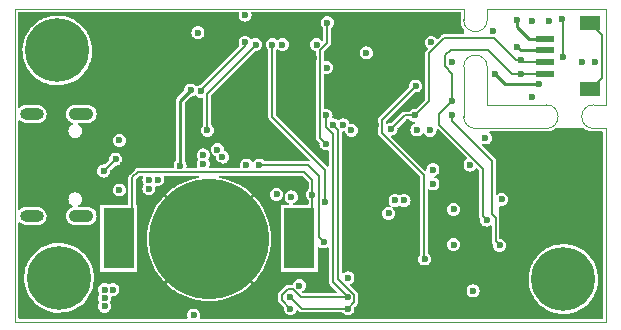
<source format=gbr>
%TF.GenerationSoftware,KiCad,Pcbnew,6.0.10-86aedd382b~118~ubuntu22.04.1*%
%TF.CreationDate,2023-01-11T10:16:45+01:00*%
%TF.ProjectId,nuc-compute-cluster-environment-sensor,6e75632d-636f-46d7-9075-74652d636c75,rev?*%
%TF.SameCoordinates,Original*%
%TF.FileFunction,Copper,L4,Bot*%
%TF.FilePolarity,Positive*%
%FSLAX46Y46*%
G04 Gerber Fmt 4.6, Leading zero omitted, Abs format (unit mm)*
G04 Created by KiCad (PCBNEW 6.0.10-86aedd382b~118~ubuntu22.04.1) date 2023-01-11 10:16:45 commit a17aeb8*
%MOMM*%
%LPD*%
G01*
G04 APERTURE LIST*
%TA.AperFunction,Profile*%
%ADD10C,0.100000*%
%TD*%
%TA.AperFunction,ComponentPad*%
%ADD11O,2.100000X1.050000*%
%TD*%
%TA.AperFunction,ComponentPad*%
%ADD12O,2.000000X1.000000*%
%TD*%
%TA.AperFunction,ComponentPad*%
%ADD13C,5.400000*%
%TD*%
%TA.AperFunction,SMDPad,CuDef*%
%ADD14R,1.550000X0.600000*%
%TD*%
%TA.AperFunction,SMDPad,CuDef*%
%ADD15R,1.800000X1.200000*%
%TD*%
%TA.AperFunction,SMDPad,CuDef*%
%ADD16C,10.200000*%
%TD*%
%TA.AperFunction,SMDPad,CuDef*%
%ADD17R,2.500000X5.100000*%
%TD*%
%TA.AperFunction,ViaPad*%
%ADD18C,0.600000*%
%TD*%
%TA.AperFunction,Conductor*%
%ADD19C,0.250000*%
%TD*%
%TA.AperFunction,Conductor*%
%ADD20C,0.150000*%
%TD*%
%TA.AperFunction,Conductor*%
%ADD21C,0.182000*%
%TD*%
G04 APERTURE END LIST*
D10*
X50000000Y18350000D02*
X50000000Y26500000D01*
X48950000Y18350000D02*
G75*
G03*
X48950000Y16350000I0J-1000000D01*
G01*
X44950000Y16350000D02*
G75*
G03*
X44950000Y18350000I0J1000000D01*
G01*
X50000000Y16350000D02*
X50000000Y0D01*
X39950000Y26500000D02*
X50000000Y26500000D01*
X0Y26500000D02*
X0Y0D01*
X48950000Y16350000D02*
X50000000Y16350000D01*
X37950000Y26500000D02*
X0Y26500000D01*
X37948194Y17351594D02*
G75*
G03*
X38948209Y16351594I1000006J6D01*
G01*
X39950000Y18350000D02*
X44950000Y18350000D01*
X39950000Y18350000D02*
X39950000Y21550000D01*
X37950000Y25550000D02*
X37950000Y26500000D01*
X37950000Y21550000D02*
X37948209Y17351594D01*
X39950000Y21550000D02*
G75*
G03*
X37950000Y21550000I-1000000J0D01*
G01*
X48950000Y18350000D02*
X50000000Y18350000D01*
X39950000Y25550000D02*
X39950000Y26500000D01*
X37950000Y25550000D02*
G75*
G03*
X39950000Y25550000I1000000J0D01*
G01*
X38948209Y16351594D02*
X44950000Y16350000D01*
X0Y0D02*
X50000000Y0D01*
D11*
%TO.P,J1,S1,SHIELD*%
%TO.N,GNDREF*%
X5565000Y8930000D03*
X5565000Y17570000D03*
D12*
X1385000Y8930000D03*
X1385000Y17570000D03*
%TD*%
D13*
%TO.P,MP1,1,P*%
%TO.N,unconnected-(MP1-Pad1)*%
X3550000Y22950000D03*
%TD*%
%TO.P,MP2,1,P*%
%TO.N,unconnected-(MP2-Pad1)*%
X3700000Y3700000D03*
%TD*%
%TO.P,MP3,1,P*%
%TO.N,unconnected-(MP3-Pad1)*%
X46400000Y3600000D03*
%TD*%
D14*
%TO.P,J3,1,1*%
%TO.N,GND*%
X44800000Y23950000D03*
%TO.P,J3,2,2*%
%TO.N,+3V3*%
X44800000Y22950000D03*
%TO.P,J3,3,3*%
%TO.N,I2C_1_SDA*%
X44800000Y21950000D03*
%TO.P,J3,4,4*%
%TO.N,I2C_1_SCL*%
X44800000Y20950000D03*
D15*
%TO.P,J3,S1,SHIELD*%
%TO.N,unconnected-(J3-PadS1)*%
X48675000Y25250000D03*
%TO.P,J3,S2,SHIELD*%
X48675000Y19650000D03*
%TD*%
D16*
%TO.P,BAT1,N*%
%TO.N,GND*%
X16400000Y7000000D03*
D17*
%TO.P,BAT1,P*%
%TO.N,Net-(BAT1-PadP)*%
X8750000Y7050000D03*
X24050000Y7050000D03*
%TD*%
D18*
%TO.N,GND*%
X17200000Y13250000D03*
X26450000Y18250000D03*
X37000000Y25000000D03*
X8150000Y18300000D03*
X33150000Y21650000D03*
X18350000Y25950000D03*
X19800000Y5650000D03*
X27250000Y23500000D03*
X33800000Y21000000D03*
X44800000Y8450000D03*
X26350000Y20400000D03*
X34400000Y23650000D03*
X13100000Y4750000D03*
X20500000Y8950000D03*
X40450000Y24600000D03*
X16850000Y2700000D03*
X7150000Y17300000D03*
X41225500Y9350000D03*
X21650000Y25950000D03*
X10850000Y2700000D03*
X37250000Y10350000D03*
X43750000Y19000000D03*
X11350000Y21750000D03*
X23850000Y25950000D03*
X11450000Y18950000D03*
X16850000Y3850000D03*
X25250500Y22300000D03*
X9105274Y13248080D03*
X13800000Y4750000D03*
X32750000Y13450000D03*
X33500000Y2700498D03*
X22750000Y25950000D03*
X15050000Y5100000D03*
X13850000Y20900000D03*
X19800000Y1650000D03*
X10850000Y5000000D03*
X32150000Y20800000D03*
X43750000Y25450000D03*
X20550000Y25950000D03*
X14450000Y24500000D03*
X42500000Y25550000D03*
X35150000Y1400000D03*
X6800000Y7850000D03*
X24950000Y25950000D03*
X32850000Y20050000D03*
X18300000Y10650000D03*
X26250000Y13900000D03*
X8650000Y10350000D03*
X12800000Y25350000D03*
X10850000Y3850000D03*
X28350000Y13600000D03*
X7150000Y18300000D03*
X19810000Y3700000D03*
X30113345Y13787331D03*
X30500000Y16600000D03*
X31425500Y2100000D03*
X8150000Y17300000D03*
X8650000Y16150000D03*
X28950000Y17450000D03*
X43100000Y8500000D03*
X38400000Y11550000D03*
X29550000Y16200000D03*
X15100000Y13900000D03*
X43450000Y11750000D03*
%TO.N,Net-(BAT1-PadP)*%
X25150000Y10750000D03*
%TO.N,+3V3*%
X35204122Y23645878D03*
X24050000Y3050000D03*
X28450000Y16200000D03*
X45150000Y25450000D03*
X12050000Y12000000D03*
X35100000Y16200000D03*
X11300000Y12000000D03*
X29700000Y22750000D03*
X44350000Y20150000D03*
X22600000Y23450000D03*
X38750000Y2600000D03*
X41174500Y10350000D03*
X19450000Y25950000D03*
X37100000Y6500000D03*
X40600000Y21000000D03*
X38500000Y13250000D03*
X42500000Y23250000D03*
X11300000Y11250000D03*
X37000000Y22000000D03*
X26350000Y21500000D03*
X37100000Y9500000D03*
%TO.N,/FTDI_VPHY*%
X14850000Y19600000D03*
X13950000Y13200000D03*
%TO.N,/FTDI_+1V8*%
X25500000Y23450000D03*
X27750000Y16650000D03*
X15450000Y24450000D03*
%TO.N,/VBUS*%
X8250000Y2700000D03*
X8800000Y11150000D03*
X7550000Y2000000D03*
X7550000Y2700000D03*
X8800000Y15350000D03*
X7550000Y1300000D03*
%TO.N,/USB_D_N*%
X8485000Y13750000D03*
X7485000Y12750000D03*
%TO.N,I2C_1_SCL*%
X22125000Y10775000D03*
X47950000Y22000000D03*
X42800000Y20950000D03*
X37000000Y18700000D03*
X39900000Y8600000D03*
%TO.N,I2C_1_SDA*%
X41000000Y6450000D03*
X42800000Y22150000D03*
X33800000Y17450000D03*
X31800000Y16300000D03*
X23350000Y10550000D03*
X37000000Y17450000D03*
X49100000Y22000000D03*
%TO.N,/LD2*%
X28150000Y3700000D03*
X15100000Y550000D03*
%TO.N,Net-(R5-Pad2)*%
X20350000Y23450000D03*
X16250000Y16200000D03*
%TO.N,Net-(R6-Pad2)*%
X19450000Y23650000D03*
X15700000Y19500000D03*
%TO.N,JTRST*%
X19550000Y13250000D03*
X31600000Y9150000D03*
%TO.N,NRST*%
X20650000Y13250000D03*
X26095984Y6745984D03*
%TO.N,/FRAM_WP*%
X33900000Y19950000D03*
X34650000Y5300000D03*
%TO.N,Net-(TP2-Pad1)*%
X26400000Y25300000D03*
X26300000Y15050000D03*
%TO.N,JTDO*%
X17095878Y14554122D03*
X32150000Y10250000D03*
%TO.N,/FTDI_USER_PB*%
X26250000Y10150000D03*
X21750000Y23450000D03*
%TO.N,Net-(R29-Pad1)*%
X34000000Y16225500D03*
X39800000Y15550000D03*
%TO.N,Net-(U1-Pad12)*%
X15900000Y14100000D03*
X35350000Y12850000D03*
%TO.N,Net-(U1-Pad15)*%
X35350000Y11650000D03*
X17535188Y13920375D03*
%TO.N,Net-(R16-Pad1)*%
X26900000Y16650000D03*
X23269500Y2100000D03*
X28150000Y1100000D03*
%TO.N,Net-(R17-Pad1)*%
X23280500Y1100000D03*
X26300000Y17450000D03*
X28150000Y2050000D03*
%TO.N,Net-(R25-Pad2)*%
X32900000Y10250000D03*
X15900000Y13350000D03*
%TO.N,Net-(R37-Pad1)*%
X46300000Y25650000D03*
X46350000Y22400000D03*
%TD*%
D19*
%TO.N,GND*%
X43500000Y23950000D02*
X42500000Y24950000D01*
X44800000Y23950000D02*
X43500000Y23950000D01*
X42500000Y24950000D02*
X42500000Y25550000D01*
D20*
%TO.N,Net-(BAT1-PadP)*%
X24450000Y12650000D02*
X25150000Y11950000D01*
X25150000Y11950000D02*
X25150000Y10750000D01*
X10350000Y12650000D02*
X24450000Y12650000D01*
X8750000Y7050000D02*
X9900000Y8200000D01*
X9900000Y12200000D02*
X10350000Y12650000D01*
X25150000Y10750000D02*
X25150000Y8150000D01*
X25150000Y8150000D02*
X24050000Y7050000D01*
X9900000Y8200000D02*
X9900000Y12200000D01*
D19*
%TO.N,+3V3*%
X42800000Y22950000D02*
X42500000Y23250000D01*
X44800000Y22950000D02*
X42800000Y22950000D01*
X41450000Y20150000D02*
X40600000Y21000000D01*
X44350000Y20150000D02*
X41450000Y20150000D01*
%TO.N,/FTDI_VPHY*%
X13950000Y18700000D02*
X14850000Y19600000D01*
X13950000Y13200000D02*
X13950000Y18700000D01*
D21*
%TO.N,/USB_D_N*%
X7485000Y12750000D02*
X8485000Y13750000D01*
D20*
%TO.N,I2C_1_SCL*%
X40000000Y23000000D02*
X36850000Y23000000D01*
X39600000Y12950000D02*
X35900000Y16650000D01*
X35900000Y16650000D02*
X35900000Y17600000D01*
X36400000Y22550000D02*
X36400000Y21600000D01*
X42800000Y20950000D02*
X44800000Y20950000D01*
X39900000Y8600000D02*
X39600000Y8900000D01*
X42800000Y20950000D02*
X42050000Y20950000D01*
X36400000Y21600000D02*
X37000000Y21000000D01*
X36850000Y23000000D02*
X36400000Y22550000D01*
X42050000Y20950000D02*
X40000000Y23000000D01*
X37000000Y21000000D02*
X37000000Y18700000D01*
X35900000Y17600000D02*
X37000000Y18700000D01*
X39600000Y8900000D02*
X39600000Y12950000D01*
%TO.N,I2C_1_SDA*%
X35000000Y18650000D02*
X35000000Y22700000D01*
X40350000Y9100000D02*
X40350000Y13600000D01*
X40649500Y8800500D02*
X40350000Y9100000D01*
X40649500Y6800500D02*
X40649500Y8800500D01*
X33800000Y17450000D02*
X32950000Y17450000D01*
X42350000Y22150000D02*
X42800000Y22150000D01*
X40350000Y13600000D02*
X37000000Y16950000D01*
X37000000Y16950000D02*
X37000000Y17450000D01*
X43000000Y21950000D02*
X44800000Y21950000D01*
X41000000Y6450000D02*
X40649500Y6800500D01*
X32950000Y17450000D02*
X31800000Y16300000D01*
X35000000Y22700000D02*
X36300000Y24000000D01*
X40500000Y24000000D02*
X42350000Y22150000D01*
X42800000Y22150000D02*
X43000000Y21950000D01*
X33800000Y17450000D02*
X35000000Y18650000D01*
X36300000Y24000000D02*
X40500000Y24000000D01*
%TO.N,unconnected-(J3-PadS1)*%
X49625000Y24300000D02*
X48675000Y25250000D01*
X48675000Y19650000D02*
X49625000Y20600000D01*
X49625000Y20600000D02*
X49625000Y24300000D01*
%TO.N,Net-(R5-Pad2)*%
X16250000Y16200000D02*
X16250000Y19300000D01*
X16250000Y19300000D02*
X20350000Y23400000D01*
X20350000Y23400000D02*
X20350000Y23450000D01*
%TO.N,Net-(R6-Pad2)*%
X19450000Y23350000D02*
X19450000Y23650000D01*
X15700000Y19500000D02*
X15700000Y19600000D01*
X15700000Y19600000D02*
X19450000Y23350000D01*
%TO.N,NRST*%
X24800000Y13250000D02*
X20650000Y13250000D01*
X25700000Y7141968D02*
X25700000Y12350000D01*
X26095984Y6745984D02*
X25700000Y7141968D01*
X25700000Y12350000D02*
X24800000Y13250000D01*
%TO.N,/FRAM_WP*%
X34575000Y5375000D02*
X34575000Y12400000D01*
X34575000Y12400000D02*
X31050000Y15925000D01*
X31050000Y15925000D02*
X31050000Y17100000D01*
X31050000Y17100000D02*
X33900000Y19950000D01*
X34650000Y5300000D02*
X34575000Y5375000D01*
%TO.N,Net-(TP2-Pad1)*%
X25775000Y15575000D02*
X25775000Y22982537D01*
X26400000Y23607537D02*
X26400000Y25300000D01*
X25775000Y22982537D02*
X26400000Y23607537D01*
X26300000Y15050000D02*
X25775000Y15575000D01*
%TO.N,/FTDI_USER_PB*%
X26250000Y12824264D02*
X26250000Y10150000D01*
X21750000Y23450000D02*
X21750000Y17324264D01*
X21750000Y17324264D02*
X26250000Y12824264D01*
%TO.N,Net-(R16-Pad1)*%
X27350000Y3592463D02*
X28675000Y2267463D01*
X28675000Y2267463D02*
X28675000Y1625000D01*
X23269500Y2100000D02*
X24269500Y1100000D01*
X24269500Y1100000D02*
X28150000Y1100000D01*
X26900000Y16650000D02*
X27350000Y16200000D01*
X28675000Y1625000D02*
X28150000Y1100000D01*
X27350000Y16200000D02*
X27350000Y3592463D01*
%TO.N,Net-(R17-Pad1)*%
X22550000Y2250000D02*
X22550000Y1830500D01*
X24200000Y2050000D02*
X23500000Y2750000D01*
X23500000Y2750000D02*
X23050000Y2750000D01*
X22550000Y1830500D02*
X23280500Y1100000D01*
X23050000Y2750000D02*
X22550000Y2250000D01*
X26850000Y15900000D02*
X26850000Y3350000D01*
X26850000Y3350000D02*
X28150000Y2050000D01*
X28150000Y2050000D02*
X24200000Y2050000D01*
X26300000Y16450000D02*
X26850000Y15900000D01*
X26300000Y17450000D02*
X26300000Y16450000D01*
%TO.N,Net-(R37-Pad1)*%
X46350000Y22400000D02*
X46350000Y25050000D01*
X46350000Y25050000D02*
X46350000Y25600000D01*
X46350000Y25600000D02*
X46300000Y25650000D01*
%TD*%
%TA.AperFunction,Conductor*%
%TO.N,GND*%
G36*
X18915018Y26232187D02*
G01*
X18940328Y26188350D01*
X18935819Y26147182D01*
X18913670Y26093709D01*
X18894750Y25950000D01*
X18913670Y25806291D01*
X18969139Y25672375D01*
X19057379Y25557379D01*
X19172375Y25469139D01*
X19306291Y25413670D01*
X19450000Y25394750D01*
X19454808Y25395383D01*
X19588901Y25413037D01*
X19593709Y25413670D01*
X19727625Y25469139D01*
X19842621Y25557379D01*
X19930861Y25672375D01*
X19986330Y25806291D01*
X20005250Y25950000D01*
X19986330Y26093709D01*
X19964181Y26147182D01*
X19961973Y26197753D01*
X19992788Y26237911D01*
X20032548Y26249500D01*
X37625500Y26249500D01*
X37673066Y26232187D01*
X37698376Y26188350D01*
X37699500Y26175500D01*
X37699500Y25581962D01*
X37698078Y25567525D01*
X37694592Y25550000D01*
X37695658Y25544640D01*
X37712328Y25343469D01*
X37713076Y25340516D01*
X37713077Y25340509D01*
X37761905Y25147692D01*
X37763202Y25142572D01*
X37764431Y25139771D01*
X37764432Y25139767D01*
X37831458Y24986963D01*
X37846449Y24952788D01*
X37921977Y24837183D01*
X37937950Y24812735D01*
X37950000Y24772261D01*
X37950000Y24399500D01*
X37932687Y24351934D01*
X37888850Y24326624D01*
X37876000Y24325500D01*
X36317441Y24325500D01*
X36310991Y24325782D01*
X36277642Y24328700D01*
X36277641Y24328700D01*
X36271193Y24329264D01*
X36232599Y24318922D01*
X36226297Y24317525D01*
X36216729Y24315838D01*
X36193328Y24311712D01*
X36193326Y24311711D01*
X36186955Y24310588D01*
X36181353Y24307353D01*
X36176642Y24305639D01*
X36171118Y24303351D01*
X36166568Y24301229D01*
X36160316Y24299554D01*
X36155014Y24295842D01*
X36155013Y24295841D01*
X36127589Y24276638D01*
X36122149Y24273172D01*
X36087545Y24253194D01*
X36083383Y24248234D01*
X36083382Y24248233D01*
X36061860Y24222585D01*
X36057499Y24217825D01*
X35778599Y23938925D01*
X35732723Y23917533D01*
X35683828Y23930634D01*
X35667565Y23946202D01*
X35596743Y24038499D01*
X35481747Y24126739D01*
X35347831Y24182208D01*
X35204122Y24201128D01*
X35060413Y24182208D01*
X34926497Y24126739D01*
X34811501Y24038499D01*
X34723261Y23923503D01*
X34667792Y23789587D01*
X34648872Y23645878D01*
X34667792Y23502169D01*
X34723261Y23368253D01*
X34811501Y23253257D01*
X34854699Y23220110D01*
X34903798Y23182435D01*
X34930995Y23139743D01*
X34924388Y23089557D01*
X34911075Y23071401D01*
X34782168Y22942494D01*
X34777409Y22938133D01*
X34746806Y22912455D01*
X34733208Y22888901D01*
X34726831Y22877856D01*
X34723362Y22872411D01*
X34704159Y22844987D01*
X34700446Y22839684D01*
X34698771Y22833432D01*
X34696649Y22828882D01*
X34694361Y22823358D01*
X34692647Y22818647D01*
X34689412Y22813045D01*
X34688289Y22806674D01*
X34688288Y22806672D01*
X34682476Y22773706D01*
X34681079Y22767404D01*
X34670736Y22728807D01*
X34671300Y22722359D01*
X34671300Y22722358D01*
X34674218Y22689009D01*
X34674500Y22682559D01*
X34674500Y18815479D01*
X34657187Y18767913D01*
X34652826Y18763153D01*
X33909684Y18020011D01*
X33863808Y17998619D01*
X33847702Y17998970D01*
X33800000Y18005250D01*
X33656291Y17986330D01*
X33522375Y17930861D01*
X33407379Y17842621D01*
X33404424Y17838770D01*
X33378091Y17804452D01*
X33335400Y17777254D01*
X33319383Y17775500D01*
X32967441Y17775500D01*
X32960991Y17775782D01*
X32927642Y17778700D01*
X32927641Y17778700D01*
X32921193Y17779264D01*
X32882599Y17768922D01*
X32876297Y17767525D01*
X32866729Y17765838D01*
X32843328Y17761712D01*
X32843326Y17761711D01*
X32836955Y17760588D01*
X32831353Y17757353D01*
X32826642Y17755639D01*
X32821118Y17753351D01*
X32816568Y17751229D01*
X32810316Y17749554D01*
X32805014Y17745842D01*
X32805013Y17745841D01*
X32777589Y17726638D01*
X32772149Y17723172D01*
X32737545Y17703194D01*
X32733383Y17698234D01*
X32733382Y17698233D01*
X32711860Y17672585D01*
X32707499Y17667825D01*
X31909685Y16870011D01*
X31863809Y16848619D01*
X31847702Y16848970D01*
X31800000Y16855250D01*
X31656291Y16836330D01*
X31522375Y16780861D01*
X31494546Y16759507D01*
X31446273Y16744286D01*
X31399507Y16763657D01*
X31376133Y16808556D01*
X31375500Y16818216D01*
X31375500Y16934522D01*
X31392813Y16982088D01*
X31397174Y16986848D01*
X33790315Y19379989D01*
X33836191Y19401381D01*
X33852298Y19401030D01*
X33900000Y19394750D01*
X33904808Y19395383D01*
X34038901Y19413037D01*
X34043709Y19413670D01*
X34177625Y19469139D01*
X34292621Y19557379D01*
X34380861Y19672375D01*
X34436330Y19806291D01*
X34455250Y19950000D01*
X34436330Y20093709D01*
X34380861Y20227625D01*
X34292621Y20342621D01*
X34177625Y20430861D01*
X34043709Y20486330D01*
X33900000Y20505250D01*
X33756291Y20486330D01*
X33622375Y20430861D01*
X33507379Y20342621D01*
X33419139Y20227625D01*
X33363670Y20093709D01*
X33344750Y19950000D01*
X33345383Y19945192D01*
X33351030Y19902300D01*
X33340074Y19852881D01*
X33329989Y19840315D01*
X30832168Y17342494D01*
X30827409Y17338133D01*
X30796806Y17312455D01*
X30783383Y17289204D01*
X30776831Y17277856D01*
X30773362Y17272411D01*
X30758060Y17250558D01*
X30750446Y17239684D01*
X30748771Y17233432D01*
X30746649Y17228882D01*
X30744361Y17223358D01*
X30742647Y17218647D01*
X30739412Y17213045D01*
X30738289Y17206674D01*
X30738288Y17206672D01*
X30732476Y17173706D01*
X30731079Y17167404D01*
X30720736Y17128807D01*
X30721300Y17122359D01*
X30721300Y17122358D01*
X30724218Y17089009D01*
X30724500Y17082559D01*
X30724500Y15942441D01*
X30724218Y15935991D01*
X30721715Y15907379D01*
X30720736Y15896193D01*
X30731078Y15857599D01*
X30732476Y15851294D01*
X30737440Y15823141D01*
X30739412Y15811955D01*
X30742647Y15806353D01*
X30744361Y15801642D01*
X30746649Y15796118D01*
X30748771Y15791568D01*
X30750446Y15785316D01*
X30754158Y15780014D01*
X30754159Y15780013D01*
X30773362Y15752589D01*
X30776828Y15747149D01*
X30796806Y15712545D01*
X30801766Y15708383D01*
X30801767Y15708382D01*
X30827415Y15686860D01*
X30832175Y15682499D01*
X34227826Y12286848D01*
X34249218Y12240972D01*
X34249500Y12234522D01*
X34249500Y5707472D01*
X34234209Y5662425D01*
X34169139Y5577625D01*
X34113670Y5443709D01*
X34094750Y5300000D01*
X34113670Y5156291D01*
X34169139Y5022375D01*
X34257379Y4907379D01*
X34372375Y4819139D01*
X34506291Y4763670D01*
X34650000Y4744750D01*
X34654808Y4745383D01*
X34788901Y4763037D01*
X34793709Y4763670D01*
X34927625Y4819139D01*
X35042621Y4907379D01*
X35130861Y5022375D01*
X35186330Y5156291D01*
X35205250Y5300000D01*
X35186330Y5443709D01*
X35130861Y5577625D01*
X35042621Y5692621D01*
X34929452Y5779459D01*
X34902254Y5822151D01*
X34900500Y5838167D01*
X34900500Y6500000D01*
X36544750Y6500000D01*
X36563670Y6356291D01*
X36619139Y6222375D01*
X36707379Y6107379D01*
X36822375Y6019139D01*
X36956291Y5963670D01*
X37100000Y5944750D01*
X37104808Y5945383D01*
X37238901Y5963037D01*
X37243709Y5963670D01*
X37377625Y6019139D01*
X37492621Y6107379D01*
X37580861Y6222375D01*
X37636330Y6356291D01*
X37655250Y6500000D01*
X37636330Y6643709D01*
X37580861Y6777625D01*
X37492621Y6892621D01*
X37377625Y6980861D01*
X37243709Y7036330D01*
X37100000Y7055250D01*
X36956291Y7036330D01*
X36822375Y6980861D01*
X36707379Y6892621D01*
X36619139Y6777625D01*
X36563670Y6643709D01*
X36544750Y6500000D01*
X34900500Y6500000D01*
X34900500Y9500000D01*
X36544750Y9500000D01*
X36563670Y9356291D01*
X36619139Y9222375D01*
X36707379Y9107379D01*
X36822375Y9019139D01*
X36864212Y9001810D01*
X36949295Y8966568D01*
X36956291Y8963670D01*
X37100000Y8944750D01*
X37104808Y8945383D01*
X37238901Y8963037D01*
X37243709Y8963670D01*
X37250706Y8966568D01*
X37335788Y9001810D01*
X37377625Y9019139D01*
X37492621Y9107379D01*
X37580861Y9222375D01*
X37636330Y9356291D01*
X37655250Y9500000D01*
X37636330Y9643709D01*
X37580861Y9777625D01*
X37492621Y9892621D01*
X37377625Y9980861D01*
X37243709Y10036330D01*
X37100000Y10055250D01*
X36956291Y10036330D01*
X36822375Y9980861D01*
X36707379Y9892621D01*
X36619139Y9777625D01*
X36563670Y9643709D01*
X36544750Y9500000D01*
X34900500Y9500000D01*
X34900500Y11150967D01*
X34917813Y11198533D01*
X34961650Y11223843D01*
X35011500Y11215053D01*
X35019539Y11209682D01*
X35072375Y11169139D01*
X35206291Y11113670D01*
X35350000Y11094750D01*
X35354808Y11095383D01*
X35488901Y11113037D01*
X35493709Y11113670D01*
X35627625Y11169139D01*
X35742621Y11257379D01*
X35830861Y11372375D01*
X35886330Y11506291D01*
X35905250Y11650000D01*
X35886330Y11793709D01*
X35830861Y11927625D01*
X35742621Y12042621D01*
X35627625Y12130861D01*
X35515913Y12177133D01*
X35505049Y12181633D01*
X35467728Y12215830D01*
X35461121Y12266016D01*
X35488318Y12308708D01*
X35505049Y12318367D01*
X35599233Y12357379D01*
X35627625Y12369139D01*
X35742621Y12457379D01*
X35830861Y12572375D01*
X35886330Y12706291D01*
X35905250Y12850000D01*
X35886330Y12993709D01*
X35830861Y13127625D01*
X35742621Y13242621D01*
X35627625Y13330861D01*
X35493709Y13386330D01*
X35350000Y13405250D01*
X35206291Y13386330D01*
X35072375Y13330861D01*
X34957379Y13242621D01*
X34869139Y13127625D01*
X34813670Y12993709D01*
X34794750Y12850000D01*
X34795383Y12845192D01*
X34798047Y12824957D01*
X34787091Y12775538D01*
X34746932Y12744723D01*
X34696361Y12746931D01*
X34672354Y12762972D01*
X31809412Y15625914D01*
X31788020Y15671790D01*
X31801121Y15720685D01*
X31842585Y15749719D01*
X31852071Y15751605D01*
X31926011Y15761340D01*
X31938902Y15763037D01*
X31938903Y15763037D01*
X31943709Y15763670D01*
X32077625Y15819139D01*
X32192621Y15907379D01*
X32280861Y16022375D01*
X32336330Y16156291D01*
X32355250Y16300000D01*
X32348970Y16347701D01*
X32359926Y16397119D01*
X32370011Y16409685D01*
X33063152Y17102826D01*
X33109028Y17124218D01*
X33115478Y17124500D01*
X33319383Y17124500D01*
X33366949Y17107187D01*
X33378090Y17095549D01*
X33407379Y17057379D01*
X33522375Y16969139D01*
X33656291Y16913670D01*
X33800000Y16894750D01*
X33804808Y16895383D01*
X33806694Y16895383D01*
X33854260Y16878070D01*
X33879570Y16834233D01*
X33870780Y16784383D01*
X33835012Y16753016D01*
X33722375Y16706361D01*
X33607379Y16618121D01*
X33519139Y16503125D01*
X33463670Y16369209D01*
X33444750Y16225500D01*
X33463670Y16081791D01*
X33519139Y15947875D01*
X33607379Y15832879D01*
X33722375Y15744639D01*
X33856291Y15689170D01*
X34000000Y15670250D01*
X34004808Y15670883D01*
X34138901Y15688537D01*
X34143709Y15689170D01*
X34277625Y15744639D01*
X34392621Y15832879D01*
X34480861Y15947875D01*
X34481116Y15948490D01*
X34518667Y15979999D01*
X34569286Y15979999D01*
X34608063Y15947462D01*
X34612344Y15938781D01*
X34619139Y15922375D01*
X34707379Y15807379D01*
X34822375Y15719139D01*
X34956291Y15663670D01*
X35100000Y15644750D01*
X35104808Y15645383D01*
X35238901Y15663037D01*
X35243709Y15663670D01*
X35377625Y15719139D01*
X35492621Y15807379D01*
X35580861Y15922375D01*
X35636330Y16056291D01*
X35655250Y16200000D01*
X35650913Y16232944D01*
X35648163Y16253833D01*
X35659119Y16303252D01*
X35699278Y16334067D01*
X35749849Y16331859D01*
X35773856Y16315818D01*
X37012814Y15076859D01*
X38241144Y13848529D01*
X38262536Y13802653D01*
X38249435Y13753758D01*
X38226157Y13732428D01*
X38222375Y13730861D01*
X38107379Y13642621D01*
X38019139Y13527625D01*
X37963670Y13393709D01*
X37944750Y13250000D01*
X37963670Y13106291D01*
X38019139Y12972375D01*
X38107379Y12857379D01*
X38222375Y12769139D01*
X38356291Y12713670D01*
X38500000Y12694750D01*
X38504808Y12695383D01*
X38638901Y12713037D01*
X38643709Y12713670D01*
X38777625Y12769139D01*
X38892621Y12857379D01*
X38980861Y12972375D01*
X38982378Y12976037D01*
X39020892Y13008355D01*
X39071511Y13008356D01*
X39098529Y12991144D01*
X39252826Y12836847D01*
X39274218Y12790971D01*
X39274500Y12784521D01*
X39274500Y8917441D01*
X39274218Y8910991D01*
X39270736Y8871193D01*
X39272412Y8864940D01*
X39281078Y8832599D01*
X39282476Y8826294D01*
X39287323Y8798805D01*
X39289412Y8786955D01*
X39292647Y8781353D01*
X39294361Y8776642D01*
X39296649Y8771118D01*
X39298771Y8766568D01*
X39300446Y8760316D01*
X39304158Y8755014D01*
X39304159Y8755013D01*
X39323362Y8727589D01*
X39326830Y8722145D01*
X39341957Y8695943D01*
X39351239Y8649285D01*
X39344750Y8600000D01*
X39363670Y8456291D01*
X39419139Y8322375D01*
X39507379Y8207379D01*
X39622375Y8119139D01*
X39756291Y8063670D01*
X39900000Y8044750D01*
X39904808Y8045383D01*
X40038901Y8063037D01*
X40043709Y8063670D01*
X40177625Y8119139D01*
X40204953Y8140109D01*
X40253227Y8155330D01*
X40299993Y8135959D01*
X40323367Y8091059D01*
X40324000Y8081400D01*
X40324000Y6817941D01*
X40323718Y6811491D01*
X40320236Y6771693D01*
X40321912Y6765440D01*
X40330578Y6733099D01*
X40331975Y6726797D01*
X40338912Y6687455D01*
X40342147Y6681853D01*
X40343861Y6677142D01*
X40346149Y6671618D01*
X40348271Y6667068D01*
X40349946Y6660816D01*
X40353658Y6655514D01*
X40353659Y6655513D01*
X40372862Y6628089D01*
X40376328Y6622649D01*
X40396306Y6588045D01*
X40425198Y6563802D01*
X40450507Y6519965D01*
X40450998Y6497458D01*
X40444750Y6450000D01*
X40463670Y6306291D01*
X40519139Y6172375D01*
X40607379Y6057379D01*
X40722375Y5969139D01*
X40856291Y5913670D01*
X41000000Y5894750D01*
X41004808Y5895383D01*
X41138901Y5913037D01*
X41143709Y5913670D01*
X41277625Y5969139D01*
X41392621Y6057379D01*
X41480861Y6172375D01*
X41536330Y6306291D01*
X41555250Y6450000D01*
X41536330Y6593709D01*
X41532420Y6603150D01*
X41514010Y6647596D01*
X41480861Y6727625D01*
X41392621Y6842621D01*
X41277625Y6930861D01*
X41143709Y6986330D01*
X41138901Y6986963D01*
X41039341Y7000071D01*
X40994441Y7023445D01*
X40975000Y7073438D01*
X40975000Y9736634D01*
X40992313Y9784200D01*
X41036150Y9809510D01*
X41058659Y9810001D01*
X41139841Y9799313D01*
X41174500Y9794750D01*
X41179308Y9795383D01*
X41313401Y9813037D01*
X41318209Y9813670D01*
X41452125Y9869139D01*
X41567121Y9957379D01*
X41655361Y10072375D01*
X41710830Y10206291D01*
X41729750Y10350000D01*
X41710830Y10493709D01*
X41655361Y10627625D01*
X41567121Y10742621D01*
X41452125Y10830861D01*
X41318209Y10886330D01*
X41174500Y10905250D01*
X41030791Y10886330D01*
X40896875Y10830861D01*
X40794547Y10752341D01*
X40746272Y10737120D01*
X40699507Y10756491D01*
X40676133Y10801391D01*
X40675500Y10811050D01*
X40675500Y13582571D01*
X40675782Y13589021D01*
X40678699Y13622358D01*
X40678699Y13622359D01*
X40679263Y13628807D01*
X40668923Y13667393D01*
X40667526Y13673695D01*
X40661712Y13706671D01*
X40661712Y13706672D01*
X40660588Y13713045D01*
X40657352Y13718650D01*
X40655643Y13723346D01*
X40653351Y13728879D01*
X40651229Y13733431D01*
X40649553Y13739684D01*
X40645697Y13745192D01*
X40626640Y13772408D01*
X40623172Y13777852D01*
X40606430Y13806851D01*
X40606428Y13806853D01*
X40603194Y13812455D01*
X40598238Y13816614D01*
X40598236Y13816616D01*
X40572597Y13838129D01*
X40567837Y13842490D01*
X40028852Y14381475D01*
X39476127Y14934199D01*
X39454736Y14980074D01*
X39467837Y15028969D01*
X39509301Y15058003D01*
X39556772Y15054891D01*
X39611970Y15032028D01*
X39656291Y15013670D01*
X39800000Y14994750D01*
X39804808Y14995383D01*
X39938901Y15013037D01*
X39943709Y15013670D01*
X40077625Y15069139D01*
X40192621Y15157379D01*
X40280861Y15272375D01*
X40336330Y15406291D01*
X40355250Y15550000D01*
X40336330Y15693709D01*
X40280861Y15827625D01*
X40192621Y15942621D01*
X40159476Y15968054D01*
X40132280Y16010743D01*
X40138887Y16060929D01*
X40176207Y16095127D01*
X40204546Y16100760D01*
X44200591Y16099699D01*
X44918019Y16099508D01*
X44932434Y16098086D01*
X44950000Y16094592D01*
X44955360Y16095658D01*
X44959644Y16096013D01*
X44959645Y16096013D01*
X44990118Y16098538D01*
X45156531Y16112328D01*
X45159484Y16113076D01*
X45159491Y16113077D01*
X45354464Y16162451D01*
X45354469Y16162453D01*
X45357428Y16163202D01*
X45360229Y16164431D01*
X45360233Y16164432D01*
X45544406Y16245218D01*
X45544408Y16245219D01*
X45547212Y16246449D01*
X45687265Y16337950D01*
X45727739Y16350000D01*
X48172261Y16350000D01*
X48212735Y16337950D01*
X48352788Y16246449D01*
X48355592Y16245219D01*
X48355594Y16245218D01*
X48539767Y16164432D01*
X48539771Y16164431D01*
X48542572Y16163202D01*
X48545531Y16162453D01*
X48545536Y16162451D01*
X48740509Y16113077D01*
X48740516Y16113076D01*
X48743469Y16112328D01*
X48909882Y16098538D01*
X48940355Y16096013D01*
X48940356Y16096013D01*
X48944640Y16095658D01*
X48950000Y16094592D01*
X48967525Y16098078D01*
X48981962Y16099500D01*
X49675500Y16099500D01*
X49723066Y16082187D01*
X49748376Y16038350D01*
X49749500Y16025500D01*
X49749500Y324500D01*
X49732187Y276934D01*
X49688350Y251624D01*
X49675500Y250500D01*
X15682548Y250500D01*
X15634982Y267813D01*
X15609672Y311650D01*
X15614181Y352818D01*
X15634474Y401810D01*
X15636330Y406291D01*
X15655250Y550000D01*
X15636330Y693709D01*
X15580861Y827625D01*
X15492621Y942621D01*
X15377625Y1030861D01*
X15243709Y1086330D01*
X15100000Y1105250D01*
X14956291Y1086330D01*
X14822375Y1030861D01*
X14707379Y942621D01*
X14619139Y827625D01*
X14563670Y693709D01*
X14544750Y550000D01*
X14563670Y406291D01*
X14565526Y401810D01*
X14585819Y352818D01*
X14588027Y302247D01*
X14557212Y262089D01*
X14517452Y250500D01*
X324500Y250500D01*
X276934Y267813D01*
X251624Y311650D01*
X250500Y324500D01*
X250500Y3792834D01*
X745958Y3792834D01*
X754865Y3452690D01*
X802809Y3115824D01*
X889152Y2786700D01*
X889927Y2784713D01*
X889928Y2784709D01*
X960069Y2604808D01*
X1012753Y2469682D01*
X1171971Y2168971D01*
X1173175Y2167219D01*
X1173180Y2167211D01*
X1245883Y2061428D01*
X1364697Y1888553D01*
X1366092Y1886954D01*
X1577991Y1644050D01*
X1588376Y1632145D01*
X1715697Y1516292D01*
X1829714Y1412545D01*
X1840044Y1403145D01*
X1841771Y1401904D01*
X1841776Y1401900D01*
X2114628Y1205836D01*
X2114633Y1205833D01*
X2116364Y1204589D01*
X2413674Y1039108D01*
X2415649Y1038290D01*
X2415653Y1038288D01*
X2553103Y981355D01*
X2728035Y908896D01*
X2917348Y854969D01*
X3053223Y816263D01*
X3053229Y816262D01*
X3055278Y815678D01*
X3057387Y815333D01*
X3057390Y815332D01*
X3388963Y761035D01*
X3388969Y761034D01*
X3391066Y760691D01*
X3544472Y753456D01*
X3728823Y744762D01*
X3728828Y744762D01*
X3730949Y744662D01*
X4070422Y767805D01*
X4072506Y768191D01*
X4072512Y768192D01*
X4402884Y829423D01*
X4402891Y829425D01*
X4404986Y829813D01*
X4730205Y929863D01*
X5041769Y1066630D01*
X5043612Y1067707D01*
X5043618Y1067710D01*
X5333708Y1237225D01*
X5333711Y1237227D01*
X5335549Y1238301D01*
X5337250Y1239578D01*
X5417724Y1300000D01*
X6994750Y1300000D01*
X7013670Y1156291D01*
X7069139Y1022375D01*
X7157379Y907379D01*
X7272375Y819139D01*
X7406291Y763670D01*
X7550000Y744750D01*
X7554808Y745383D01*
X7688901Y763037D01*
X7693709Y763670D01*
X7827625Y819139D01*
X7942621Y907379D01*
X8030861Y1022375D01*
X8086330Y1156291D01*
X8105250Y1300000D01*
X8086330Y1443709D01*
X8081880Y1454452D01*
X8032718Y1573143D01*
X8032716Y1573146D01*
X8030861Y1577625D01*
X8021413Y1589938D01*
X8009893Y1604952D01*
X7994671Y1653228D01*
X8009893Y1695048D01*
X8027906Y1718524D01*
X8030861Y1722375D01*
X8032716Y1726854D01*
X8032718Y1726857D01*
X8084474Y1851810D01*
X8086330Y1856291D01*
X8105250Y2000000D01*
X8104528Y2005481D01*
X8095892Y2071082D01*
X8106848Y2120501D01*
X8147007Y2151316D01*
X8178918Y2154108D01*
X8245192Y2145383D01*
X8250000Y2144750D01*
X8254808Y2145383D01*
X8388901Y2163037D01*
X8393709Y2163670D01*
X8527625Y2219139D01*
X8642621Y2307379D01*
X8730861Y2422375D01*
X8786330Y2556291D01*
X8805250Y2700000D01*
X8786330Y2843709D01*
X8730861Y2977625D01*
X8642621Y3092621D01*
X8527625Y3180861D01*
X8483326Y3199210D01*
X12781130Y3199210D01*
X12782524Y3194011D01*
X13020968Y2975518D01*
X13023430Y2973453D01*
X13384564Y2696345D01*
X13387226Y2694481D01*
X13771134Y2449904D01*
X13773934Y2448288D01*
X14177712Y2238094D01*
X14180626Y2236735D01*
X14601195Y2062529D01*
X14604221Y2061428D01*
X15038356Y1924546D01*
X15041487Y1923707D01*
X15485904Y1825182D01*
X15489078Y1824622D01*
X15940399Y1765205D01*
X15943601Y1764925D01*
X16398397Y1745068D01*
X16401603Y1745068D01*
X16856399Y1764925D01*
X16859601Y1765205D01*
X17310922Y1824622D01*
X17314096Y1825182D01*
X17758513Y1923707D01*
X17761644Y1924546D01*
X18195779Y2061428D01*
X18198805Y2062529D01*
X18619374Y2236735D01*
X18622288Y2238094D01*
X19026066Y2448288D01*
X19028866Y2449904D01*
X19412774Y2694481D01*
X19415436Y2696345D01*
X19776570Y2973453D01*
X19779032Y2975518D01*
X20013982Y3190809D01*
X20018892Y3200242D01*
X20017728Y3205496D01*
X16409226Y6813997D01*
X16399587Y6818492D01*
X16393688Y6816911D01*
X12785625Y3208849D01*
X12781130Y3199210D01*
X8483326Y3199210D01*
X8393709Y3236330D01*
X8250000Y3255250D01*
X8106291Y3236330D01*
X8101810Y3234474D01*
X7976857Y3182718D01*
X7976854Y3182716D01*
X7972375Y3180861D01*
X7968524Y3177906D01*
X7945048Y3159893D01*
X7896772Y3144671D01*
X7854952Y3159893D01*
X7831476Y3177906D01*
X7827625Y3180861D01*
X7823146Y3182716D01*
X7823143Y3182718D01*
X7698190Y3234474D01*
X7693709Y3236330D01*
X7550000Y3255250D01*
X7406291Y3236330D01*
X7272375Y3180861D01*
X7157379Y3092621D01*
X7069139Y2977625D01*
X7013670Y2843709D01*
X6994750Y2700000D01*
X7013670Y2556291D01*
X7015526Y2551810D01*
X7067282Y2426857D01*
X7067284Y2426854D01*
X7069139Y2422375D01*
X7072093Y2418525D01*
X7072094Y2418524D01*
X7090107Y2395048D01*
X7105329Y2346772D01*
X7090107Y2304952D01*
X7078497Y2289821D01*
X7069139Y2277625D01*
X7067284Y2273146D01*
X7067282Y2273143D01*
X7027784Y2177784D01*
X7013670Y2143709D01*
X6994750Y2000000D01*
X7013670Y1856291D01*
X7015526Y1851810D01*
X7067282Y1726857D01*
X7067284Y1726854D01*
X7069139Y1722375D01*
X7072094Y1718524D01*
X7090107Y1695048D01*
X7105329Y1646772D01*
X7090107Y1604952D01*
X7078587Y1589938D01*
X7069139Y1577625D01*
X7067284Y1573146D01*
X7067282Y1573143D01*
X7018120Y1454452D01*
X7013670Y1443709D01*
X6994750Y1300000D01*
X5417724Y1300000D01*
X5605947Y1441322D01*
X5605951Y1441325D01*
X5607650Y1442601D01*
X5854467Y1676821D01*
X5932088Y1769654D01*
X6071354Y1936214D01*
X6071360Y1936222D01*
X6072727Y1937857D01*
X6259538Y2222250D01*
X6412424Y2526229D01*
X6529358Y2845767D01*
X6537007Y2877625D01*
X6585291Y3078745D01*
X6608790Y3176626D01*
X6649668Y3514423D01*
X6651135Y3561099D01*
X6655448Y3698337D01*
X6655448Y3698343D01*
X6655500Y3700000D01*
X6635913Y4039697D01*
X6607936Y4200000D01*
X7200000Y4200000D01*
X10300000Y4200000D01*
X10300000Y6998397D01*
X11145068Y6998397D01*
X11164925Y6543601D01*
X11165205Y6540399D01*
X11224622Y6089078D01*
X11225182Y6085904D01*
X11323707Y5641487D01*
X11324546Y5638356D01*
X11461428Y5204221D01*
X11462529Y5201195D01*
X11636735Y4780626D01*
X11638094Y4777712D01*
X11848288Y4373934D01*
X11849904Y4371134D01*
X12094481Y3987226D01*
X12096345Y3984564D01*
X12373453Y3623430D01*
X12375518Y3620968D01*
X12590809Y3386018D01*
X12600242Y3381108D01*
X12605496Y3382272D01*
X16213997Y6990774D01*
X16218107Y6999587D01*
X16581508Y6999587D01*
X16583089Y6993688D01*
X20191151Y3385625D01*
X20200790Y3381130D01*
X20205989Y3382524D01*
X20424482Y3620968D01*
X20426547Y3623430D01*
X20703655Y3984564D01*
X20705519Y3987226D01*
X20950096Y4371134D01*
X20951712Y4373934D01*
X21161906Y4777712D01*
X21163265Y4780626D01*
X21337471Y5201195D01*
X21338572Y5204221D01*
X21475454Y5638356D01*
X21476293Y5641487D01*
X21574818Y6085904D01*
X21575378Y6089078D01*
X21634795Y6540399D01*
X21635075Y6543601D01*
X21654932Y6998397D01*
X21654932Y7001603D01*
X21635075Y7456399D01*
X21634795Y7459601D01*
X21575378Y7910922D01*
X21574818Y7914096D01*
X21476293Y8358513D01*
X21475454Y8361644D01*
X21338572Y8795779D01*
X21337471Y8798805D01*
X21163265Y9219374D01*
X21161906Y9222288D01*
X20951712Y9626066D01*
X20950096Y9628866D01*
X20705519Y10012774D01*
X20703655Y10015436D01*
X20426547Y10376570D01*
X20424482Y10379032D01*
X20209191Y10613982D01*
X20199758Y10618892D01*
X20194504Y10617728D01*
X16586003Y7009226D01*
X16581508Y6999587D01*
X16218107Y6999587D01*
X16218492Y7000413D01*
X16216911Y7006312D01*
X12608849Y10614375D01*
X12599210Y10618870D01*
X12594011Y10617476D01*
X12375518Y10379032D01*
X12373453Y10376570D01*
X12096345Y10015436D01*
X12094481Y10012774D01*
X11849904Y9628866D01*
X11848288Y9626066D01*
X11638094Y9222288D01*
X11636735Y9219374D01*
X11462529Y8798805D01*
X11461428Y8795779D01*
X11324546Y8361644D01*
X11323707Y8358513D01*
X11225182Y7914096D01*
X11224622Y7910922D01*
X11165205Y7459601D01*
X11164925Y7456399D01*
X11145068Y7001603D01*
X11145068Y6998397D01*
X10300000Y6998397D01*
X10300000Y9900000D01*
X10291076Y9900000D01*
X10276704Y9908297D01*
X10251934Y9917313D01*
X10226624Y9961150D01*
X10225500Y9974000D01*
X10225500Y12034522D01*
X10242813Y12082088D01*
X10247174Y12086848D01*
X10463152Y12302826D01*
X10509028Y12324218D01*
X10515478Y12324500D01*
X10727807Y12324500D01*
X10775373Y12307187D01*
X10800683Y12263350D01*
X10796174Y12222182D01*
X10776556Y12174818D01*
X10763670Y12143709D01*
X10744750Y12000000D01*
X10763670Y11856291D01*
X10765526Y11851810D01*
X10817282Y11726857D01*
X10817284Y11726854D01*
X10819139Y11722375D01*
X10822093Y11718525D01*
X10822094Y11718524D01*
X10859290Y11670048D01*
X10874512Y11621772D01*
X10859290Y11579952D01*
X10832913Y11545576D01*
X10819139Y11527625D01*
X10817284Y11523146D01*
X10817282Y11523143D01*
X10777718Y11427625D01*
X10763670Y11393709D01*
X10744750Y11250000D01*
X10763670Y11106291D01*
X10819139Y10972375D01*
X10907379Y10857379D01*
X11022375Y10769139D01*
X11156291Y10713670D01*
X11300000Y10694750D01*
X11304808Y10695383D01*
X11438901Y10713037D01*
X11443709Y10713670D01*
X11577625Y10769139D01*
X11692621Y10857379D01*
X11780861Y10972375D01*
X11836330Y11106291D01*
X11855250Y11250000D01*
X11853772Y11261230D01*
X11838311Y11378663D01*
X11849267Y11428082D01*
X11889426Y11458897D01*
X11921337Y11461689D01*
X12045192Y11445383D01*
X12050000Y11444750D01*
X12054808Y11445383D01*
X12188901Y11463037D01*
X12193709Y11463670D01*
X12327625Y11519139D01*
X12442621Y11607379D01*
X12530861Y11722375D01*
X12586330Y11856291D01*
X12605250Y12000000D01*
X12586330Y12143709D01*
X12573444Y12174818D01*
X12553826Y12222182D01*
X12551618Y12272753D01*
X12582433Y12312911D01*
X12622193Y12324500D01*
X15492752Y12324500D01*
X15540318Y12307187D01*
X15565628Y12263350D01*
X15556838Y12213500D01*
X15518061Y12180963D01*
X15502411Y12177133D01*
X15489078Y12175378D01*
X15485904Y12174818D01*
X15041487Y12076293D01*
X15038356Y12075454D01*
X14604221Y11938572D01*
X14601195Y11937471D01*
X14180626Y11763265D01*
X14177712Y11761906D01*
X13773934Y11551712D01*
X13771134Y11550096D01*
X13387226Y11305519D01*
X13384564Y11303655D01*
X13023430Y11026547D01*
X13020968Y11024482D01*
X12786018Y10809191D01*
X12781108Y10799758D01*
X12782272Y10794504D01*
X16390774Y7186003D01*
X16400413Y7181508D01*
X16406312Y7183089D01*
X19998224Y10775000D01*
X21569750Y10775000D01*
X21588670Y10631291D01*
X21590526Y10626810D01*
X21595969Y10613670D01*
X21644139Y10497375D01*
X21732379Y10382379D01*
X21847375Y10294139D01*
X21981291Y10238670D01*
X22125000Y10219750D01*
X22129808Y10220383D01*
X22263901Y10238037D01*
X22268709Y10238670D01*
X22402625Y10294139D01*
X22517621Y10382379D01*
X22605861Y10497375D01*
X22644435Y10590502D01*
X22657502Y10622048D01*
X22691699Y10659369D01*
X22725573Y10663829D01*
X22690423Y10686222D01*
X22675201Y10734498D01*
X22675763Y10740918D01*
X22680250Y10775000D01*
X22661330Y10918709D01*
X22605861Y11052625D01*
X22517621Y11167621D01*
X22402625Y11255861D01*
X22268709Y11311330D01*
X22125000Y11330250D01*
X21981291Y11311330D01*
X21847375Y11255861D01*
X21732379Y11167621D01*
X21644139Y11052625D01*
X21588670Y10918709D01*
X21569750Y10775000D01*
X19998224Y10775000D01*
X20014375Y10791151D01*
X20018870Y10800790D01*
X20017476Y10805989D01*
X19779032Y11024482D01*
X19776570Y11026547D01*
X19415436Y11303655D01*
X19412774Y11305519D01*
X19028866Y11550096D01*
X19026066Y11551712D01*
X18622288Y11761906D01*
X18619374Y11763265D01*
X18198805Y11937471D01*
X18195779Y11938572D01*
X17761644Y12075454D01*
X17758513Y12076293D01*
X17314096Y12174818D01*
X17310922Y12175378D01*
X17297589Y12177133D01*
X17252689Y12200506D01*
X17233318Y12247272D01*
X17248540Y12295548D01*
X17291232Y12322746D01*
X17307248Y12324500D01*
X24284522Y12324500D01*
X24332088Y12307187D01*
X24336848Y12302826D01*
X24802826Y11836847D01*
X24824218Y11790970D01*
X24824500Y11784521D01*
X24824500Y11230617D01*
X24807187Y11183051D01*
X24795549Y11171910D01*
X24757379Y11142621D01*
X24669139Y11027625D01*
X24613670Y10893709D01*
X24594750Y10750000D01*
X24595383Y10745192D01*
X24608475Y10645754D01*
X24613670Y10606291D01*
X24669139Y10472375D01*
X24757379Y10357379D01*
X24761230Y10354424D01*
X24795548Y10328091D01*
X24822746Y10285400D01*
X24824500Y10269383D01*
X24824500Y9974000D01*
X24807187Y9926434D01*
X24763350Y9901124D01*
X24750500Y9900000D01*
X23591309Y9900000D01*
X23543743Y9917313D01*
X23518433Y9961150D01*
X23527223Y10011000D01*
X23562991Y10042367D01*
X23594093Y10055250D01*
X23627625Y10069139D01*
X23742621Y10157379D01*
X23830861Y10272375D01*
X23886330Y10406291D01*
X23905250Y10550000D01*
X23886330Y10693709D01*
X23882502Y10702952D01*
X23856138Y10766600D01*
X23830861Y10827625D01*
X23742621Y10942621D01*
X23627625Y11030861D01*
X23493709Y11086330D01*
X23350000Y11105250D01*
X23206291Y11086330D01*
X23072375Y11030861D01*
X22957379Y10942621D01*
X22869139Y10827625D01*
X22852034Y10786330D01*
X22817498Y10702952D01*
X22783301Y10665631D01*
X22749427Y10661171D01*
X22784577Y10638778D01*
X22799799Y10590502D01*
X22799237Y10584082D01*
X22794750Y10550000D01*
X22813670Y10406291D01*
X22869139Y10272375D01*
X22957379Y10157379D01*
X23072375Y10069139D01*
X23105907Y10055250D01*
X23137009Y10042367D01*
X23174330Y10008170D01*
X23180937Y9957984D01*
X23153740Y9915292D01*
X23108691Y9900000D01*
X22500000Y9900000D01*
X22500000Y4200000D01*
X25600000Y4200000D01*
X25600000Y6282619D01*
X25617313Y6330185D01*
X25661150Y6355495D01*
X25711000Y6346705D01*
X25719048Y6341327D01*
X25725455Y6336411D01*
X25818359Y6265123D01*
X25952275Y6209654D01*
X26095984Y6190734D01*
X26100792Y6191367D01*
X26234885Y6209021D01*
X26239693Y6209654D01*
X26373609Y6265123D01*
X26401641Y6286633D01*
X26405452Y6289557D01*
X26453728Y6304779D01*
X26500494Y6285408D01*
X26523867Y6240508D01*
X26524500Y6230849D01*
X26524500Y3367441D01*
X26524218Y3360991D01*
X26521636Y3331475D01*
X26520736Y3321193D01*
X26522412Y3314940D01*
X26531078Y3282599D01*
X26532475Y3276297D01*
X26539412Y3236955D01*
X26542647Y3231353D01*
X26544361Y3226642D01*
X26546649Y3221118D01*
X26548771Y3216568D01*
X26550446Y3210316D01*
X26554158Y3205014D01*
X26554159Y3205013D01*
X26573362Y3177589D01*
X26576828Y3172149D01*
X26596806Y3137545D01*
X26601766Y3133383D01*
X26601767Y3133382D01*
X26627415Y3111860D01*
X26632175Y3107499D01*
X27237848Y2501826D01*
X27259240Y2455950D01*
X27246139Y2407055D01*
X27204675Y2378021D01*
X27185522Y2375500D01*
X24365479Y2375500D01*
X24317913Y2392813D01*
X24313153Y2397174D01*
X24274105Y2436222D01*
X24252713Y2482098D01*
X24265814Y2530993D01*
X24298113Y2556915D01*
X24327625Y2569139D01*
X24442621Y2657379D01*
X24530861Y2772375D01*
X24586330Y2906291D01*
X24605250Y3050000D01*
X24586330Y3193709D01*
X24584052Y3199210D01*
X24532718Y3323141D01*
X24530861Y3327625D01*
X24442621Y3442621D01*
X24327625Y3530861D01*
X24193709Y3586330D01*
X24050000Y3605250D01*
X23906291Y3586330D01*
X23772375Y3530861D01*
X23657379Y3442621D01*
X23569139Y3327625D01*
X23567282Y3323141D01*
X23515949Y3199210D01*
X23513670Y3193709D01*
X23513037Y3188901D01*
X23506578Y3139841D01*
X23483205Y3094941D01*
X23433211Y3075500D01*
X23067441Y3075500D01*
X23060991Y3075782D01*
X23027642Y3078700D01*
X23027641Y3078700D01*
X23021193Y3079264D01*
X22982599Y3068922D01*
X22976297Y3067525D01*
X22966729Y3065838D01*
X22943328Y3061712D01*
X22943326Y3061711D01*
X22936955Y3060588D01*
X22931353Y3057353D01*
X22926642Y3055639D01*
X22921118Y3053351D01*
X22916568Y3051229D01*
X22910316Y3049554D01*
X22905014Y3045842D01*
X22905013Y3045841D01*
X22877589Y3026638D01*
X22872149Y3023172D01*
X22837545Y3003194D01*
X22833383Y2998234D01*
X22833382Y2998233D01*
X22811860Y2972585D01*
X22807499Y2967825D01*
X22332168Y2492494D01*
X22327409Y2488133D01*
X22296806Y2462455D01*
X22277052Y2428238D01*
X22276831Y2427856D01*
X22273362Y2422411D01*
X22255110Y2396345D01*
X22250446Y2389684D01*
X22248771Y2383432D01*
X22246649Y2378882D01*
X22244361Y2373358D01*
X22242647Y2368647D01*
X22239412Y2363045D01*
X22238289Y2356674D01*
X22238288Y2356672D01*
X22232476Y2323706D01*
X22231079Y2317404D01*
X22220736Y2278807D01*
X22221300Y2272359D01*
X22221300Y2272358D01*
X22224218Y2239009D01*
X22224500Y2232559D01*
X22224500Y1847941D01*
X22224218Y1841491D01*
X22220736Y1801693D01*
X22222412Y1795440D01*
X22231078Y1763099D01*
X22232475Y1756797D01*
X22239412Y1717455D01*
X22242647Y1711853D01*
X22244361Y1707142D01*
X22246649Y1701618D01*
X22248771Y1697068D01*
X22250446Y1690816D01*
X22254158Y1685514D01*
X22254159Y1685513D01*
X22273362Y1658089D01*
X22276828Y1652649D01*
X22296806Y1618045D01*
X22301766Y1613883D01*
X22301767Y1613882D01*
X22327415Y1592360D01*
X22332175Y1587999D01*
X22710489Y1209685D01*
X22731881Y1163809D01*
X22731530Y1147702D01*
X22725250Y1100000D01*
X22744170Y956291D01*
X22799639Y822375D01*
X22887879Y707379D01*
X23002875Y619139D01*
X23136791Y563670D01*
X23280500Y544750D01*
X23285308Y545383D01*
X23419401Y563037D01*
X23424209Y563670D01*
X23558125Y619139D01*
X23673121Y707379D01*
X23761361Y822375D01*
X23814297Y950176D01*
X23848494Y987497D01*
X23898680Y994104D01*
X23934990Y974184D01*
X24027006Y882168D01*
X24031367Y877409D01*
X24057045Y846806D01*
X24091649Y826828D01*
X24097089Y823362D01*
X24108063Y815678D01*
X24129816Y800446D01*
X24136068Y798771D01*
X24140618Y796649D01*
X24146142Y794361D01*
X24150853Y792647D01*
X24156455Y789412D01*
X24162826Y788289D01*
X24162828Y788288D01*
X24186229Y784162D01*
X24195797Y782475D01*
X24202096Y781079D01*
X24240693Y770736D01*
X24247141Y771300D01*
X24247143Y771300D01*
X24280495Y774218D01*
X24286944Y774500D01*
X27669383Y774500D01*
X27716949Y757187D01*
X27728090Y745549D01*
X27757379Y707379D01*
X27872375Y619139D01*
X28006291Y563670D01*
X28150000Y544750D01*
X28154808Y545383D01*
X28288901Y563037D01*
X28293709Y563670D01*
X28427625Y619139D01*
X28542621Y707379D01*
X28630861Y822375D01*
X28686330Y956291D01*
X28705250Y1100000D01*
X28698970Y1147701D01*
X28709926Y1197119D01*
X28720011Y1209685D01*
X28892832Y1382506D01*
X28897592Y1386867D01*
X28928194Y1412545D01*
X28948172Y1447149D01*
X28951638Y1452589D01*
X28970840Y1480011D01*
X28970841Y1480014D01*
X28974554Y1485316D01*
X28976230Y1491571D01*
X28978340Y1496096D01*
X28980646Y1501662D01*
X28982352Y1506350D01*
X28985588Y1511955D01*
X28992527Y1551304D01*
X28993924Y1557604D01*
X29000421Y1581855D01*
X29004263Y1596193D01*
X29000782Y1635983D01*
X29000500Y1642432D01*
X29000500Y2250022D01*
X29000782Y2256472D01*
X29003700Y2289821D01*
X29003700Y2289822D01*
X29004264Y2296270D01*
X28993921Y2334867D01*
X28992524Y2341169D01*
X28986712Y2374135D01*
X28986711Y2374137D01*
X28985588Y2380508D01*
X28982353Y2386110D01*
X28980639Y2390821D01*
X28978351Y2396345D01*
X28976229Y2400895D01*
X28974554Y2407147D01*
X28962015Y2425054D01*
X28951638Y2439874D01*
X28948169Y2445319D01*
X28942032Y2455950D01*
X28928194Y2479918D01*
X28913207Y2492494D01*
X28897585Y2505603D01*
X28892825Y2509964D01*
X28802789Y2600000D01*
X38194750Y2600000D01*
X38213670Y2456291D01*
X38215526Y2451810D01*
X38216985Y2448288D01*
X38269139Y2322375D01*
X38357379Y2207379D01*
X38472375Y2119139D01*
X38606291Y2063670D01*
X38750000Y2044750D01*
X38754808Y2045383D01*
X38888901Y2063037D01*
X38893709Y2063670D01*
X39027625Y2119139D01*
X39142621Y2207379D01*
X39230861Y2322375D01*
X39283015Y2448288D01*
X39284474Y2451810D01*
X39286330Y2456291D01*
X39305250Y2600000D01*
X39286330Y2743709D01*
X39230861Y2877625D01*
X39142621Y2992621D01*
X39027625Y3080861D01*
X38893709Y3136330D01*
X38750000Y3155250D01*
X38606291Y3136330D01*
X38472375Y3080861D01*
X38357379Y2992621D01*
X38269139Y2877625D01*
X38213670Y2743709D01*
X38194750Y2600000D01*
X28802789Y2600000D01*
X28333419Y3069370D01*
X28312027Y3115246D01*
X28325128Y3164141D01*
X28357426Y3190062D01*
X28427625Y3219139D01*
X28542621Y3307379D01*
X28630861Y3422375D01*
X28686330Y3556291D01*
X28704307Y3692834D01*
X43445958Y3692834D01*
X43454865Y3352690D01*
X43502809Y3015824D01*
X43589152Y2686700D01*
X43589927Y2684713D01*
X43589928Y2684709D01*
X43658059Y2509964D01*
X43712753Y2369682D01*
X43871971Y2068971D01*
X43873175Y2067219D01*
X43873180Y2067211D01*
X43916069Y2004808D01*
X44064697Y1788553D01*
X44066092Y1786954D01*
X44280799Y1540831D01*
X44288376Y1532145D01*
X44540044Y1303145D01*
X44541771Y1301904D01*
X44541776Y1301900D01*
X44814628Y1105836D01*
X44814633Y1105833D01*
X44816364Y1104589D01*
X45113674Y939108D01*
X45115649Y938290D01*
X45115653Y938288D01*
X45188022Y908312D01*
X45428035Y808896D01*
X45609560Y757187D01*
X45753223Y716263D01*
X45753229Y716262D01*
X45755278Y715678D01*
X45757387Y715333D01*
X45757390Y715332D01*
X46088963Y661035D01*
X46088969Y661034D01*
X46091066Y660691D01*
X46244472Y653456D01*
X46428823Y644762D01*
X46428828Y644762D01*
X46430949Y644662D01*
X46770422Y667805D01*
X46772506Y668191D01*
X46772512Y668192D01*
X47102884Y729423D01*
X47102891Y729425D01*
X47104986Y729813D01*
X47430205Y829863D01*
X47741769Y966630D01*
X47743612Y967707D01*
X47743618Y967710D01*
X48033708Y1137225D01*
X48033711Y1137227D01*
X48035549Y1138301D01*
X48053541Y1151810D01*
X48305947Y1341322D01*
X48305951Y1341325D01*
X48307650Y1342601D01*
X48554467Y1576821D01*
X48663470Y1707187D01*
X48771354Y1836214D01*
X48771360Y1836222D01*
X48772727Y1837857D01*
X48781893Y1851810D01*
X48839586Y1939641D01*
X48959538Y2122250D01*
X49112424Y2426229D01*
X49229358Y2745767D01*
X49251718Y2838901D01*
X49283812Y2972585D01*
X49308790Y3076626D01*
X49349668Y3414423D01*
X49352863Y3516074D01*
X49355448Y3598337D01*
X49355448Y3598343D01*
X49355500Y3600000D01*
X49335913Y3939697D01*
X49284032Y4236963D01*
X49277777Y4272801D01*
X49277776Y4272805D01*
X49277412Y4274891D01*
X49180773Y4601140D01*
X49047276Y4914119D01*
X48878691Y5209681D01*
X48677252Y5483907D01*
X48486881Y5688770D01*
X48447085Y5731596D01*
X48447078Y5731603D01*
X48445629Y5733162D01*
X48186893Y5954144D01*
X48185127Y5955331D01*
X48185120Y5955336D01*
X47906243Y6142733D01*
X47906242Y6142733D01*
X47904472Y6143923D01*
X47902584Y6144898D01*
X47902578Y6144901D01*
X47717342Y6240508D01*
X47602110Y6299984D01*
X47283815Y6420257D01*
X47123059Y6460636D01*
X46955864Y6502633D01*
X46955861Y6502634D01*
X46953805Y6503150D01*
X46951702Y6503427D01*
X46951696Y6503428D01*
X46618563Y6547286D01*
X46618554Y6547287D01*
X46616455Y6547563D01*
X46461905Y6549991D01*
X46278367Y6552875D01*
X46278359Y6552875D01*
X46276237Y6552908D01*
X45937658Y6519113D01*
X45605207Y6446627D01*
X45603199Y6445940D01*
X45603190Y6445937D01*
X45466123Y6399008D01*
X45283292Y6336411D01*
X45281356Y6335488D01*
X45281357Y6335488D01*
X44978096Y6190840D01*
X44978087Y6190835D01*
X44976177Y6189924D01*
X44974380Y6188797D01*
X44974375Y6188794D01*
X44689749Y6010249D01*
X44689744Y6010245D01*
X44687934Y6009110D01*
X44422384Y5796365D01*
X44420895Y5794860D01*
X44420888Y5794854D01*
X44210441Y5582190D01*
X44183047Y5554507D01*
X44181736Y5552835D01*
X44127690Y5483907D01*
X43973094Y5286744D01*
X43905202Y5175954D01*
X43796425Y4998448D01*
X43796420Y4998438D01*
X43795308Y4996624D01*
X43794411Y4994692D01*
X43794408Y4994686D01*
X43652945Y4689929D01*
X43652046Y4687992D01*
X43651377Y4685969D01*
X43651375Y4685964D01*
X43547806Y4372801D01*
X43545206Y4364940D01*
X43476206Y4031748D01*
X43476017Y4029626D01*
X43476016Y4029622D01*
X43470975Y3973141D01*
X43445958Y3692834D01*
X28704307Y3692834D01*
X28705250Y3700000D01*
X28686330Y3843709D01*
X28630861Y3977625D01*
X28542621Y4092621D01*
X28427625Y4180861D01*
X28293709Y4236330D01*
X28150000Y4255250D01*
X28006291Y4236330D01*
X27872375Y4180861D01*
X27811089Y4133834D01*
X27794548Y4121142D01*
X27746272Y4105920D01*
X27699506Y4125291D01*
X27676133Y4170191D01*
X27675500Y4179850D01*
X27675500Y9150000D01*
X31044750Y9150000D01*
X31063670Y9006291D01*
X31119139Y8872375D01*
X31207379Y8757379D01*
X31322375Y8669139D01*
X31456291Y8613670D01*
X31600000Y8594750D01*
X31604808Y8595383D01*
X31738901Y8613037D01*
X31743709Y8613670D01*
X31877625Y8669139D01*
X31992621Y8757379D01*
X32080861Y8872375D01*
X32136330Y9006291D01*
X32155250Y9150000D01*
X32136330Y9293709D01*
X32080861Y9427625D01*
X31992621Y9542621D01*
X31936594Y9585613D01*
X31909397Y9628304D01*
X31916004Y9678490D01*
X31953325Y9712687D01*
X32000799Y9715798D01*
X32001803Y9715529D01*
X32006291Y9713670D01*
X32011101Y9713037D01*
X32011104Y9713036D01*
X32145192Y9695383D01*
X32150000Y9694750D01*
X32154808Y9695383D01*
X32288901Y9713037D01*
X32293709Y9713670D01*
X32312637Y9721510D01*
X32423143Y9767282D01*
X32423146Y9767284D01*
X32427625Y9769139D01*
X32431581Y9772175D01*
X32479952Y9809290D01*
X32528228Y9824512D01*
X32570048Y9809290D01*
X32618419Y9772175D01*
X32622375Y9769139D01*
X32626854Y9767284D01*
X32626857Y9767282D01*
X32737363Y9721510D01*
X32756291Y9713670D01*
X32900000Y9694750D01*
X32904808Y9695383D01*
X33038901Y9713037D01*
X33043709Y9713670D01*
X33065783Y9722813D01*
X33105982Y9739464D01*
X33177625Y9769139D01*
X33292621Y9857379D01*
X33380861Y9972375D01*
X33436330Y10106291D01*
X33455250Y10250000D01*
X33436330Y10393709D01*
X33380861Y10527625D01*
X33292621Y10642621D01*
X33177625Y10730861D01*
X33043709Y10786330D01*
X32900000Y10805250D01*
X32756291Y10786330D01*
X32751810Y10784474D01*
X32626857Y10732718D01*
X32626854Y10732716D01*
X32622375Y10730861D01*
X32618524Y10727906D01*
X32570048Y10690710D01*
X32521772Y10675488D01*
X32479952Y10690710D01*
X32431476Y10727906D01*
X32427625Y10730861D01*
X32423146Y10732716D01*
X32423143Y10732718D01*
X32298190Y10784474D01*
X32293709Y10786330D01*
X32150000Y10805250D01*
X32006291Y10786330D01*
X31872375Y10730861D01*
X31757379Y10642621D01*
X31669139Y10527625D01*
X31613670Y10393709D01*
X31594750Y10250000D01*
X31613670Y10106291D01*
X31669139Y9972375D01*
X31757379Y9857379D01*
X31811923Y9815526D01*
X31813406Y9814388D01*
X31840603Y9771696D01*
X31833996Y9721510D01*
X31796675Y9687313D01*
X31749201Y9684202D01*
X31748197Y9684471D01*
X31743709Y9686330D01*
X31738899Y9686963D01*
X31738896Y9686964D01*
X31604808Y9704617D01*
X31600000Y9705250D01*
X31456291Y9686330D01*
X31322375Y9630861D01*
X31207379Y9542621D01*
X31119139Y9427625D01*
X31063670Y9293709D01*
X31044750Y9150000D01*
X27675500Y9150000D01*
X27675500Y16021383D01*
X27692813Y16068949D01*
X27736650Y16094259D01*
X27746912Y16095157D01*
X27750000Y16094750D01*
X27834432Y16105866D01*
X27883850Y16094910D01*
X27912518Y16055814D01*
X27913670Y16056291D01*
X27969139Y15922375D01*
X28057379Y15807379D01*
X28172375Y15719139D01*
X28306291Y15663670D01*
X28450000Y15644750D01*
X28454808Y15645383D01*
X28588901Y15663037D01*
X28593709Y15663670D01*
X28727625Y15719139D01*
X28842621Y15807379D01*
X28930861Y15922375D01*
X28986330Y16056291D01*
X29005250Y16200000D01*
X28986330Y16343709D01*
X28930861Y16477625D01*
X28842621Y16592621D01*
X28727625Y16680861D01*
X28593709Y16736330D01*
X28450000Y16755250D01*
X28365568Y16744134D01*
X28316150Y16755090D01*
X28287482Y16794186D01*
X28286330Y16793709D01*
X28264688Y16845958D01*
X28230861Y16927625D01*
X28142621Y17042621D01*
X28027625Y17130861D01*
X27893709Y17186330D01*
X27750000Y17205250D01*
X27606291Y17186330D01*
X27472375Y17130861D01*
X27370047Y17052341D01*
X27321772Y17037120D01*
X27279954Y17052341D01*
X27177625Y17130861D01*
X27043709Y17186330D01*
X26900000Y17205250D01*
X26900143Y17206337D01*
X26857304Y17221930D01*
X26831994Y17265767D01*
X26833391Y17297769D01*
X26834474Y17301810D01*
X26836330Y17306291D01*
X26855250Y17450000D01*
X26836330Y17593709D01*
X26780861Y17727625D01*
X26692621Y17842621D01*
X26577625Y17930861D01*
X26443709Y17986330D01*
X26300000Y18005250D01*
X26295192Y18004617D01*
X26216122Y17994207D01*
X26184159Y17989999D01*
X26134740Y18000955D01*
X26103925Y18041114D01*
X26100500Y18063366D01*
X26100500Y20896742D01*
X26117813Y20944308D01*
X26161650Y20969618D01*
X26196854Y20965760D01*
X26197127Y20966781D01*
X26201809Y20965526D01*
X26206291Y20963670D01*
X26350000Y20944750D01*
X26354808Y20945383D01*
X26488901Y20963037D01*
X26493709Y20963670D01*
X26627625Y21019139D01*
X26742621Y21107379D01*
X26830861Y21222375D01*
X26886330Y21356291D01*
X26905250Y21500000D01*
X26886330Y21643709D01*
X26830861Y21777625D01*
X26742621Y21892621D01*
X26627625Y21980861D01*
X26493709Y22036330D01*
X26350000Y22055250D01*
X26206291Y22036330D01*
X26201809Y22034474D01*
X26197127Y22033219D01*
X26196749Y22034628D01*
X26152255Y22032681D01*
X26112093Y22063491D01*
X26100500Y22103258D01*
X26100500Y22750000D01*
X29144750Y22750000D01*
X29163670Y22606291D01*
X29219139Y22472375D01*
X29307379Y22357379D01*
X29422375Y22269139D01*
X29556291Y22213670D01*
X29700000Y22194750D01*
X29704808Y22195383D01*
X29838901Y22213037D01*
X29843709Y22213670D01*
X29977625Y22269139D01*
X30092621Y22357379D01*
X30180861Y22472375D01*
X30236330Y22606291D01*
X30255250Y22750000D01*
X30236330Y22893709D01*
X30180861Y23027625D01*
X30092621Y23142621D01*
X29977625Y23230861D01*
X29843709Y23286330D01*
X29700000Y23305250D01*
X29556291Y23286330D01*
X29422375Y23230861D01*
X29307379Y23142621D01*
X29219139Y23027625D01*
X29163670Y22893709D01*
X29144750Y22750000D01*
X26100500Y22750000D01*
X26100500Y22817059D01*
X26117813Y22864625D01*
X26122174Y22869385D01*
X26617838Y23365048D01*
X26622598Y23369409D01*
X26648236Y23390921D01*
X26648238Y23390924D01*
X26653194Y23395082D01*
X26656428Y23400684D01*
X26656430Y23400686D01*
X26673172Y23429685D01*
X26676640Y23435129D01*
X26695841Y23462551D01*
X26695842Y23462553D01*
X26699553Y23467853D01*
X26701229Y23474106D01*
X26703351Y23478658D01*
X26705643Y23484191D01*
X26707352Y23488887D01*
X26710588Y23494492D01*
X26717527Y23533845D01*
X26718924Y23540147D01*
X26727587Y23572477D01*
X26729263Y23578730D01*
X26727359Y23600500D01*
X26725782Y23618520D01*
X26725500Y23624969D01*
X26725500Y24819383D01*
X26742813Y24866949D01*
X26754452Y24878091D01*
X26788770Y24904424D01*
X26792621Y24907379D01*
X26880861Y25022375D01*
X26929486Y25139767D01*
X26934474Y25151810D01*
X26936330Y25156291D01*
X26955250Y25300000D01*
X26936330Y25443709D01*
X26880861Y25577625D01*
X26792621Y25692621D01*
X26677625Y25780861D01*
X26543709Y25836330D01*
X26400000Y25855250D01*
X26256291Y25836330D01*
X26122375Y25780861D01*
X26007379Y25692621D01*
X25919139Y25577625D01*
X25863670Y25443709D01*
X25844750Y25300000D01*
X25863670Y25156291D01*
X25865526Y25151810D01*
X25870514Y25139767D01*
X25919139Y25022375D01*
X26007379Y24907379D01*
X26011230Y24904424D01*
X26045548Y24878091D01*
X26072746Y24835400D01*
X26074500Y24819383D01*
X26074500Y23823588D01*
X26057187Y23776022D01*
X26013350Y23750712D01*
X25963500Y23759502D01*
X25941792Y23778540D01*
X25933316Y23789587D01*
X25892621Y23842621D01*
X25777625Y23930861D01*
X25643709Y23986330D01*
X25500000Y24005250D01*
X25356291Y23986330D01*
X25222375Y23930861D01*
X25107379Y23842621D01*
X25019139Y23727625D01*
X24963670Y23593709D01*
X24944750Y23450000D01*
X24963670Y23306291D01*
X24965526Y23301810D01*
X24967999Y23295840D01*
X25019139Y23172375D01*
X25107379Y23057379D01*
X25222375Y22969139D01*
X25356291Y22913670D01*
X25385159Y22909870D01*
X25430058Y22886498D01*
X25449500Y22836503D01*
X25449500Y15592441D01*
X25449218Y15585991D01*
X25446490Y15554808D01*
X25445736Y15546193D01*
X25447412Y15539940D01*
X25456078Y15507599D01*
X25457475Y15501297D01*
X25464412Y15461955D01*
X25467647Y15456353D01*
X25469361Y15451642D01*
X25471649Y15446118D01*
X25473771Y15441568D01*
X25475446Y15435316D01*
X25479158Y15430014D01*
X25479159Y15430013D01*
X25498362Y15402589D01*
X25501828Y15397149D01*
X25521806Y15362545D01*
X25526766Y15358383D01*
X25526767Y15358382D01*
X25552415Y15336860D01*
X25557175Y15332499D01*
X25729989Y15159685D01*
X25751381Y15113809D01*
X25751030Y15097702D01*
X25744750Y15050000D01*
X25763670Y14906291D01*
X25819139Y14772375D01*
X25907379Y14657379D01*
X26022375Y14569139D01*
X26156291Y14513670D01*
X26300000Y14494750D01*
X26304808Y14495383D01*
X26440841Y14513292D01*
X26490260Y14502336D01*
X26521075Y14462177D01*
X26524500Y14439925D01*
X26524500Y13188742D01*
X26507187Y13141176D01*
X26463350Y13115866D01*
X26413500Y13124656D01*
X26398174Y13136416D01*
X22097174Y17437416D01*
X22075782Y17483292D01*
X22075500Y17489742D01*
X22075500Y22969383D01*
X22092813Y23016949D01*
X22104446Y23028086D01*
X22129953Y23047659D01*
X22178228Y23062880D01*
X22220046Y23047659D01*
X22322375Y22969139D01*
X22456291Y22913670D01*
X22600000Y22894750D01*
X22604808Y22895383D01*
X22738901Y22913037D01*
X22743709Y22913670D01*
X22877625Y22969139D01*
X22992621Y23057379D01*
X23080861Y23172375D01*
X23132001Y23295840D01*
X23134474Y23301810D01*
X23136330Y23306291D01*
X23155250Y23450000D01*
X23136330Y23593709D01*
X23080861Y23727625D01*
X22992621Y23842621D01*
X22877625Y23930861D01*
X22743709Y23986330D01*
X22600000Y24005250D01*
X22456291Y23986330D01*
X22322375Y23930861D01*
X22220047Y23852341D01*
X22171772Y23837120D01*
X22129954Y23852341D01*
X22027625Y23930861D01*
X21893709Y23986330D01*
X21750000Y24005250D01*
X21606291Y23986330D01*
X21472375Y23930861D01*
X21357379Y23842621D01*
X21269139Y23727625D01*
X21213670Y23593709D01*
X21194750Y23450000D01*
X21213670Y23306291D01*
X21215526Y23301810D01*
X21217999Y23295840D01*
X21269139Y23172375D01*
X21357379Y23057379D01*
X21361230Y23054424D01*
X21395548Y23028091D01*
X21422746Y22985400D01*
X21424500Y22969383D01*
X21424500Y17341705D01*
X21424218Y17335255D01*
X21422105Y17311099D01*
X21420736Y17295457D01*
X21428692Y17265767D01*
X21431078Y17256863D01*
X21432476Y17250558D01*
X21437272Y17223358D01*
X21439412Y17211219D01*
X21442647Y17205617D01*
X21444361Y17200906D01*
X21446649Y17195382D01*
X21448771Y17190832D01*
X21450446Y17184580D01*
X21454158Y17179278D01*
X21454159Y17179277D01*
X21473362Y17151853D01*
X21476828Y17146413D01*
X21496806Y17111809D01*
X21501766Y17107647D01*
X21501767Y17107646D01*
X21527415Y17086124D01*
X21532175Y17081763D01*
X24914744Y13699194D01*
X24936136Y13653318D01*
X24923035Y13604423D01*
X24881571Y13575389D01*
X24843264Y13575390D01*
X24828807Y13579264D01*
X24822359Y13578700D01*
X24822358Y13578700D01*
X24789009Y13575782D01*
X24782559Y13575500D01*
X21130617Y13575500D01*
X21083051Y13592813D01*
X21071909Y13604452D01*
X21045576Y13638770D01*
X21042621Y13642621D01*
X20927625Y13730861D01*
X20793709Y13786330D01*
X20650000Y13805250D01*
X20506291Y13786330D01*
X20372375Y13730861D01*
X20257379Y13642621D01*
X20169139Y13527625D01*
X20167282Y13523141D01*
X20164858Y13518943D01*
X20163067Y13519977D01*
X20134172Y13488442D01*
X20083987Y13481832D01*
X20041294Y13509028D01*
X20035463Y13519128D01*
X20035142Y13518943D01*
X20032718Y13523141D01*
X20030861Y13527625D01*
X19942621Y13642621D01*
X19827625Y13730861D01*
X19693709Y13786330D01*
X19550000Y13805250D01*
X19406291Y13786330D01*
X19272375Y13730861D01*
X19157379Y13642621D01*
X19069139Y13527625D01*
X19013670Y13393709D01*
X18994750Y13250000D01*
X19013670Y13106291D01*
X19025464Y13077818D01*
X19027672Y13027248D01*
X18996857Y12987089D01*
X18957097Y12975500D01*
X16451483Y12975500D01*
X16403917Y12992813D01*
X16378607Y13036650D01*
X16383116Y13077818D01*
X16434474Y13201810D01*
X16436330Y13206291D01*
X16455250Y13350000D01*
X16436330Y13493709D01*
X16411640Y13553318D01*
X16382718Y13623143D01*
X16382716Y13623146D01*
X16380861Y13627625D01*
X16372309Y13638770D01*
X16340710Y13679952D01*
X16325488Y13728228D01*
X16340710Y13770048D01*
X16377906Y13818524D01*
X16380861Y13822375D01*
X16382716Y13826854D01*
X16382718Y13826857D01*
X16434474Y13951810D01*
X16436330Y13956291D01*
X16455250Y14100000D01*
X16436330Y14243709D01*
X16380861Y14377625D01*
X16292621Y14492621D01*
X16212472Y14554122D01*
X16540628Y14554122D01*
X16559548Y14410413D01*
X16615017Y14276497D01*
X16703257Y14161501D01*
X16818253Y14073261D01*
X16938205Y14023576D01*
X16975524Y13989380D01*
X16983253Y13945552D01*
X16979938Y13920375D01*
X16998858Y13776666D01*
X17054327Y13642750D01*
X17142567Y13527754D01*
X17257563Y13439514D01*
X17391479Y13384045D01*
X17535188Y13365125D01*
X17539996Y13365758D01*
X17674089Y13383412D01*
X17678897Y13384045D01*
X17812813Y13439514D01*
X17927809Y13527754D01*
X18016049Y13642750D01*
X18071518Y13776666D01*
X18090438Y13920375D01*
X18071518Y14064084D01*
X18016049Y14198000D01*
X17927809Y14312996D01*
X17812813Y14401236D01*
X17692861Y14450921D01*
X17655542Y14485117D01*
X17647813Y14528945D01*
X17651128Y14554122D01*
X17632208Y14697831D01*
X17576739Y14831747D01*
X17488499Y14946743D01*
X17373503Y15034983D01*
X17239587Y15090452D01*
X17095878Y15109372D01*
X16952169Y15090452D01*
X16818253Y15034983D01*
X16703257Y14946743D01*
X16615017Y14831747D01*
X16559548Y14697831D01*
X16540628Y14554122D01*
X16212472Y14554122D01*
X16177625Y14580861D01*
X16043709Y14636330D01*
X15900000Y14655250D01*
X15756291Y14636330D01*
X15622375Y14580861D01*
X15507379Y14492621D01*
X15419139Y14377625D01*
X15363670Y14243709D01*
X15344750Y14100000D01*
X15363670Y13956291D01*
X15365526Y13951810D01*
X15417282Y13826857D01*
X15417284Y13826854D01*
X15419139Y13822375D01*
X15422094Y13818524D01*
X15459290Y13770048D01*
X15474512Y13721772D01*
X15459290Y13679952D01*
X15427691Y13638770D01*
X15419139Y13627625D01*
X15417284Y13623146D01*
X15417282Y13623143D01*
X15388360Y13553318D01*
X15363670Y13493709D01*
X15344750Y13350000D01*
X15363670Y13206291D01*
X15365526Y13201810D01*
X15416884Y13077818D01*
X15419092Y13027247D01*
X15388277Y12987089D01*
X15348517Y12975500D01*
X14560075Y12975500D01*
X14512509Y12992813D01*
X14487199Y13036650D01*
X14486708Y13059159D01*
X14504617Y13195192D01*
X14505250Y13200000D01*
X14486330Y13343709D01*
X14430861Y13477625D01*
X14342621Y13592621D01*
X14344103Y13593758D01*
X14325782Y13633048D01*
X14325500Y13639498D01*
X14325500Y18513811D01*
X14342813Y18561377D01*
X14347174Y18566137D01*
X14804746Y19023709D01*
X14849898Y19044763D01*
X14850000Y19044750D01*
X14993709Y19063670D01*
X15127625Y19119139D01*
X15176376Y19156547D01*
X15224652Y19171769D01*
X15271418Y19152398D01*
X15280132Y19142887D01*
X15304423Y19111230D01*
X15304427Y19111226D01*
X15307379Y19107379D01*
X15422375Y19019139D01*
X15556291Y18963670D01*
X15700000Y18944750D01*
X15704808Y18945383D01*
X15840841Y18963292D01*
X15890260Y18952336D01*
X15921075Y18912177D01*
X15924500Y18889925D01*
X15924500Y16680617D01*
X15907187Y16633051D01*
X15895549Y16621910D01*
X15857379Y16592621D01*
X15769139Y16477625D01*
X15713670Y16343709D01*
X15694750Y16200000D01*
X15713670Y16056291D01*
X15769139Y15922375D01*
X15857379Y15807379D01*
X15972375Y15719139D01*
X16106291Y15663670D01*
X16250000Y15644750D01*
X16254808Y15645383D01*
X16388901Y15663037D01*
X16393709Y15663670D01*
X16527625Y15719139D01*
X16642621Y15807379D01*
X16730861Y15922375D01*
X16786330Y16056291D01*
X16805250Y16200000D01*
X16786330Y16343709D01*
X16730861Y16477625D01*
X16642621Y16592621D01*
X16604452Y16621909D01*
X16577254Y16664600D01*
X16575500Y16680617D01*
X16575500Y19134522D01*
X16592813Y19182088D01*
X16597174Y19186848D01*
X20284498Y22874172D01*
X20330374Y22895564D01*
X20340342Y22895347D01*
X20340342Y22895383D01*
X20345192Y22895383D01*
X20350000Y22894750D01*
X20354808Y22895383D01*
X20488901Y22913037D01*
X20493709Y22913670D01*
X20627625Y22969139D01*
X20742621Y23057379D01*
X20830861Y23172375D01*
X20882001Y23295840D01*
X20884474Y23301810D01*
X20886330Y23306291D01*
X20905250Y23450000D01*
X20886330Y23593709D01*
X20830861Y23727625D01*
X20742621Y23842621D01*
X20627625Y23930861D01*
X20493709Y23986330D01*
X20350000Y24005250D01*
X20206291Y23986330D01*
X20072375Y23930861D01*
X20044856Y23909745D01*
X20039449Y23905596D01*
X19991173Y23890374D01*
X19944407Y23909745D01*
X19931718Y23925556D01*
X19930861Y23927625D01*
X19927911Y23931469D01*
X19927909Y23931473D01*
X19845576Y24038770D01*
X19842621Y24042621D01*
X19727625Y24130861D01*
X19593709Y24186330D01*
X19450000Y24205250D01*
X19306291Y24186330D01*
X19172375Y24130861D01*
X19057379Y24042621D01*
X18969139Y23927625D01*
X18913670Y23793709D01*
X18894750Y23650000D01*
X18913670Y23506291D01*
X18915526Y23501810D01*
X18962785Y23387714D01*
X18964993Y23337143D01*
X18946744Y23307070D01*
X15711916Y20072242D01*
X15669250Y20051201D01*
X15556291Y20036330D01*
X15422375Y19980861D01*
X15391426Y19957113D01*
X15373624Y19943453D01*
X15325348Y19928231D01*
X15278582Y19947602D01*
X15269868Y19957113D01*
X15245577Y19988770D01*
X15245573Y19988774D01*
X15242621Y19992621D01*
X15127625Y20080861D01*
X14993709Y20136330D01*
X14850000Y20155250D01*
X14706291Y20136330D01*
X14572375Y20080861D01*
X14457379Y19992621D01*
X14369139Y19877625D01*
X14313670Y19743709D01*
X14294750Y19600000D01*
X14292898Y19600244D01*
X14278070Y19559506D01*
X14273709Y19554746D01*
X13718396Y18999433D01*
X13706210Y18989592D01*
X13698931Y18984892D01*
X13698929Y18984890D01*
X13693790Y18981572D01*
X13690002Y18976767D01*
X13671372Y18953135D01*
X13665585Y18946622D01*
X13662425Y18943462D01*
X13660655Y18940986D01*
X13660654Y18940984D01*
X13650631Y18926958D01*
X13648544Y18924178D01*
X13616397Y18883400D01*
X13614371Y18877630D01*
X13613107Y18875331D01*
X13612953Y18875086D01*
X13612837Y18874809D01*
X13611686Y18872460D01*
X13608128Y18867481D01*
X13606375Y18861618D01*
X13593257Y18817756D01*
X13592180Y18814440D01*
X13586934Y18799500D01*
X13574977Y18765452D01*
X13574500Y18759945D01*
X13574500Y18758866D01*
X13574049Y18753526D01*
X13572310Y18747713D01*
X13572550Y18741601D01*
X13572550Y18741600D01*
X13574443Y18693427D01*
X13574500Y18690522D01*
X13574500Y13639498D01*
X13557461Y13592684D01*
X13557379Y13592621D01*
X13469139Y13477625D01*
X13413670Y13343709D01*
X13394750Y13200000D01*
X13395383Y13195192D01*
X13413292Y13059159D01*
X13402336Y13009740D01*
X13362177Y12978925D01*
X13339925Y12975500D01*
X10367433Y12975500D01*
X10360984Y12975782D01*
X10358267Y12976020D01*
X10321193Y12979263D01*
X10314938Y12977587D01*
X10282604Y12968924D01*
X10276304Y12967527D01*
X10243328Y12961712D01*
X10243327Y12961712D01*
X10236955Y12960588D01*
X10231350Y12957352D01*
X10226662Y12955646D01*
X10221096Y12953340D01*
X10216571Y12951230D01*
X10210316Y12949554D01*
X10205014Y12945841D01*
X10205011Y12945840D01*
X10177589Y12926638D01*
X10172149Y12923172D01*
X10137545Y12903194D01*
X10133383Y12898234D01*
X10133382Y12898233D01*
X10111860Y12872585D01*
X10107499Y12867825D01*
X9682168Y12442494D01*
X9677409Y12438133D01*
X9646806Y12412455D01*
X9638769Y12398533D01*
X9626831Y12377856D01*
X9623362Y12372411D01*
X9604159Y12344987D01*
X9600446Y12339684D01*
X9598771Y12333432D01*
X9596649Y12328882D01*
X9594361Y12323358D01*
X9592647Y12318647D01*
X9589412Y12313045D01*
X9588289Y12306674D01*
X9588288Y12306672D01*
X9582476Y12273706D01*
X9581079Y12267404D01*
X9570736Y12228807D01*
X9571300Y12222359D01*
X9571300Y12222358D01*
X9574218Y12189009D01*
X9574500Y12182559D01*
X9574500Y9974000D01*
X9557187Y9926434D01*
X9513350Y9901124D01*
X9500500Y9900000D01*
X7200000Y9900000D01*
X7200000Y4200000D01*
X6607936Y4200000D01*
X6577412Y4374891D01*
X6480773Y4701140D01*
X6347276Y5014119D01*
X6178691Y5309681D01*
X5977252Y5583907D01*
X5862428Y5707472D01*
X5747085Y5831596D01*
X5747078Y5831603D01*
X5745629Y5833162D01*
X5486893Y6054144D01*
X5485127Y6055331D01*
X5485120Y6055336D01*
X5206243Y6242733D01*
X5206242Y6242733D01*
X5204472Y6243923D01*
X5202584Y6244898D01*
X5202578Y6244901D01*
X5025280Y6336411D01*
X4902110Y6399984D01*
X4583815Y6520257D01*
X4330502Y6583885D01*
X4255864Y6602633D01*
X4255861Y6602634D01*
X4253805Y6603150D01*
X4251702Y6603427D01*
X4251696Y6603428D01*
X3918563Y6647286D01*
X3918554Y6647287D01*
X3916455Y6647563D01*
X3761905Y6649991D01*
X3578367Y6652875D01*
X3578359Y6652875D01*
X3576237Y6652908D01*
X3237658Y6619113D01*
X2905207Y6546627D01*
X2903199Y6545940D01*
X2903190Y6545937D01*
X2761590Y6497456D01*
X2583292Y6436411D01*
X2581356Y6435488D01*
X2581357Y6435488D01*
X2278096Y6290840D01*
X2278087Y6290835D01*
X2276177Y6289924D01*
X2274380Y6288797D01*
X2274375Y6288794D01*
X1989749Y6110249D01*
X1989744Y6110245D01*
X1987934Y6109110D01*
X1722384Y5896365D01*
X1720895Y5894860D01*
X1720888Y5894854D01*
X1490880Y5662423D01*
X1483047Y5654507D01*
X1481736Y5652835D01*
X1349280Y5483907D01*
X1273094Y5386744D01*
X1219937Y5300000D01*
X1096425Y5098448D01*
X1096420Y5098438D01*
X1095308Y5096624D01*
X1094411Y5094692D01*
X1094408Y5094686D01*
X966504Y4819139D01*
X952046Y4787992D01*
X951377Y4785969D01*
X951375Y4785964D01*
X918974Y4687992D01*
X845206Y4464940D01*
X776206Y4131748D01*
X776017Y4129626D01*
X776016Y4129622D01*
X762050Y3973141D01*
X745958Y3792834D01*
X250500Y3792834D01*
X250500Y8324273D01*
X267813Y8371839D01*
X311650Y8397149D01*
X361500Y8388359D01*
X372411Y8380670D01*
X465755Y8301368D01*
X621616Y8221781D01*
X791606Y8180185D01*
X802648Y8179500D01*
X1928822Y8179500D01*
X1930947Y8179748D01*
X1930951Y8179748D01*
X2054557Y8194159D01*
X2058828Y8194657D01*
X2062869Y8196124D01*
X2062870Y8196124D01*
X2219285Y8252900D01*
X2219288Y8252901D01*
X2223331Y8254369D01*
X2369685Y8350323D01*
X2430647Y8414676D01*
X2487085Y8474252D01*
X2487087Y8474255D01*
X2490040Y8477372D01*
X2577939Y8628702D01*
X2628667Y8796193D01*
X2633393Y8872375D01*
X2637306Y8935448D01*
X4259612Y8935448D01*
X4260044Y8931338D01*
X4260044Y8931336D01*
X4270422Y8832599D01*
X4277798Y8762419D01*
X4333867Y8597719D01*
X4425031Y8449533D01*
X4546760Y8325228D01*
X4550239Y8322986D01*
X4689526Y8233221D01*
X4689529Y8233220D01*
X4693004Y8230980D01*
X4696893Y8229565D01*
X4696894Y8229564D01*
X4852604Y8172890D01*
X4852608Y8172889D01*
X4856493Y8171475D01*
X4860597Y8170957D01*
X4860599Y8170956D01*
X4924035Y8162942D01*
X4990863Y8154500D01*
X6133746Y8154500D01*
X6262898Y8168987D01*
X6266802Y8170347D01*
X6266804Y8170347D01*
X6364659Y8204424D01*
X6427203Y8226204D01*
X6472277Y8254369D01*
X6571239Y8316207D01*
X6571241Y8316209D01*
X6574748Y8318400D01*
X6698201Y8440994D01*
X6723644Y8481085D01*
X6789207Y8584397D01*
X6791425Y8587892D01*
X6849788Y8751793D01*
X6870388Y8924552D01*
X6866082Y8965526D01*
X6852634Y9093472D01*
X6852634Y9093473D01*
X6852202Y9097581D01*
X6796133Y9262281D01*
X6704969Y9410467D01*
X6622000Y9495192D01*
X6586135Y9531816D01*
X6586134Y9531817D01*
X6583240Y9534772D01*
X6550537Y9555848D01*
X6440474Y9626779D01*
X6440471Y9626780D01*
X6436996Y9629020D01*
X6426836Y9632718D01*
X6277396Y9687110D01*
X6277392Y9687111D01*
X6273507Y9688525D01*
X6269403Y9689043D01*
X6269401Y9689044D01*
X6205965Y9697058D01*
X6139137Y9705500D01*
X5360774Y9705500D01*
X5313208Y9722813D01*
X5287898Y9766650D01*
X5296688Y9816500D01*
X5332455Y9847867D01*
X5355233Y9857302D01*
X5475451Y9949549D01*
X5567698Y10069767D01*
X5625687Y10209764D01*
X5629410Y10238037D01*
X5644833Y10355192D01*
X5645466Y10360000D01*
X5632259Y10460316D01*
X5626320Y10505431D01*
X5626319Y10505434D01*
X5625687Y10510236D01*
X5567698Y10650233D01*
X5475451Y10770451D01*
X5355233Y10862698D01*
X5215236Y10920687D01*
X5210434Y10921319D01*
X5210431Y10921320D01*
X5127820Y10932195D01*
X5102720Y10935500D01*
X5027280Y10935500D01*
X5002180Y10932195D01*
X4919569Y10921320D01*
X4919566Y10921319D01*
X4914764Y10920687D01*
X4774767Y10862698D01*
X4654549Y10770451D01*
X4562302Y10650233D01*
X4504313Y10510236D01*
X4503681Y10505434D01*
X4503680Y10505431D01*
X4497741Y10460316D01*
X4484534Y10360000D01*
X4485167Y10355192D01*
X4500591Y10238037D01*
X4504313Y10209764D01*
X4562302Y10069767D01*
X4654549Y9949549D01*
X4774767Y9857302D01*
X4824314Y9836779D01*
X4855532Y9823848D01*
X4892852Y9789650D01*
X4899459Y9739464D01*
X4872261Y9696773D01*
X4851549Y9685597D01*
X4834946Y9679815D01*
X4702797Y9633796D01*
X4699293Y9631607D01*
X4699292Y9631606D01*
X4558761Y9543793D01*
X4558759Y9543791D01*
X4555252Y9541600D01*
X4431799Y9419006D01*
X4338575Y9272108D01*
X4280212Y9108207D01*
X4259612Y8935448D01*
X2637306Y8935448D01*
X2639237Y8966568D01*
X2639237Y8966571D01*
X2639503Y8970862D01*
X2609866Y9143340D01*
X2541346Y9304373D01*
X2506436Y9351810D01*
X2440163Y9441865D01*
X2440161Y9441867D01*
X2437617Y9445324D01*
X2304245Y9558632D01*
X2148384Y9638219D01*
X1978394Y9679815D01*
X1967352Y9680500D01*
X841178Y9680500D01*
X839053Y9680252D01*
X839049Y9680252D01*
X732632Y9667845D01*
X711172Y9665343D01*
X707131Y9663876D01*
X707130Y9663876D01*
X550715Y9607100D01*
X550712Y9607099D01*
X546669Y9605631D01*
X400315Y9509677D01*
X397356Y9506553D01*
X378222Y9486355D01*
X332941Y9463729D01*
X283711Y9475503D01*
X253566Y9516167D01*
X250500Y9537246D01*
X250500Y11150000D01*
X8244750Y11150000D01*
X8263670Y11006291D01*
X8319139Y10872375D01*
X8407379Y10757379D01*
X8522375Y10669139D01*
X8656291Y10613670D01*
X8800000Y10594750D01*
X8804808Y10595383D01*
X8938901Y10613037D01*
X8943709Y10613670D01*
X9077625Y10669139D01*
X9192621Y10757379D01*
X9280861Y10872375D01*
X9336330Y11006291D01*
X9355250Y11150000D01*
X9336330Y11293709D01*
X9280861Y11427625D01*
X9192621Y11542621D01*
X9077625Y11630861D01*
X8943709Y11686330D01*
X8800000Y11705250D01*
X8656291Y11686330D01*
X8522375Y11630861D01*
X8407379Y11542621D01*
X8319139Y11427625D01*
X8263670Y11293709D01*
X8244750Y11150000D01*
X250500Y11150000D01*
X250500Y12750000D01*
X6929750Y12750000D01*
X6948670Y12606291D01*
X7004139Y12472375D01*
X7092379Y12357379D01*
X7207375Y12269139D01*
X7341291Y12213670D01*
X7485000Y12194750D01*
X7489808Y12195383D01*
X7623901Y12213037D01*
X7628709Y12213670D01*
X7762625Y12269139D01*
X7877621Y12357379D01*
X7965861Y12472375D01*
X8021330Y12606291D01*
X8040250Y12750000D01*
X8036602Y12777706D01*
X8047557Y12827123D01*
X8057643Y12839690D01*
X8226309Y13008356D01*
X8395312Y13177358D01*
X8441186Y13198749D01*
X8457291Y13198398D01*
X8485000Y13194750D01*
X8489808Y13195383D01*
X8623901Y13213037D01*
X8628709Y13213670D01*
X8762625Y13269139D01*
X8877621Y13357379D01*
X8965861Y13472375D01*
X9021330Y13606291D01*
X9040250Y13750000D01*
X9021330Y13893709D01*
X8965861Y14027625D01*
X8877621Y14142621D01*
X8762625Y14230861D01*
X8628709Y14286330D01*
X8485000Y14305250D01*
X8341291Y14286330D01*
X8207375Y14230861D01*
X8092379Y14142621D01*
X8004139Y14027625D01*
X7948670Y13893709D01*
X7929750Y13750000D01*
X7933398Y13722294D01*
X7922443Y13672877D01*
X7912361Y13660315D01*
X7740948Y13488901D01*
X7574690Y13322643D01*
X7528814Y13301251D01*
X7512709Y13301602D01*
X7485000Y13305250D01*
X7341291Y13286330D01*
X7207375Y13230861D01*
X7092379Y13142621D01*
X7004139Y13027625D01*
X6948670Y12893709D01*
X6929750Y12750000D01*
X250500Y12750000D01*
X250500Y15350000D01*
X8244750Y15350000D01*
X8263670Y15206291D01*
X8319139Y15072375D01*
X8407379Y14957379D01*
X8522375Y14869139D01*
X8656291Y14813670D01*
X8800000Y14794750D01*
X8804808Y14795383D01*
X8938901Y14813037D01*
X8943709Y14813670D01*
X9077625Y14869139D01*
X9192621Y14957379D01*
X9280861Y15072375D01*
X9336330Y15206291D01*
X9355250Y15350000D01*
X9336330Y15493709D01*
X9280861Y15627625D01*
X9192621Y15742621D01*
X9077625Y15830861D01*
X8943709Y15886330D01*
X8800000Y15905250D01*
X8656291Y15886330D01*
X8522375Y15830861D01*
X8407379Y15742621D01*
X8319139Y15627625D01*
X8263670Y15493709D01*
X8244750Y15350000D01*
X250500Y15350000D01*
X250500Y16964273D01*
X267813Y17011839D01*
X311650Y17037149D01*
X361500Y17028359D01*
X372411Y17020670D01*
X465755Y16941368D01*
X621616Y16861781D01*
X791606Y16820185D01*
X802648Y16819500D01*
X1928822Y16819500D01*
X1930947Y16819748D01*
X1930951Y16819748D01*
X2054557Y16834159D01*
X2058828Y16834657D01*
X2062869Y16836124D01*
X2062870Y16836124D01*
X2219285Y16892900D01*
X2219288Y16892901D01*
X2223331Y16894369D01*
X2369685Y16990323D01*
X2436856Y17061230D01*
X2487085Y17114252D01*
X2487087Y17114255D01*
X2490040Y17117372D01*
X2494017Y17124218D01*
X2575781Y17264987D01*
X2577939Y17268702D01*
X2628667Y17436193D01*
X2629822Y17454808D01*
X2637306Y17575448D01*
X4259612Y17575448D01*
X4260044Y17571338D01*
X4260044Y17571336D01*
X4273063Y17447471D01*
X4277798Y17402419D01*
X4284208Y17383590D01*
X4324319Y17265767D01*
X4333867Y17237719D01*
X4425031Y17089533D01*
X4461451Y17052342D01*
X4536946Y16975250D01*
X4546760Y16965228D01*
X4550239Y16962986D01*
X4689526Y16873221D01*
X4689529Y16873220D01*
X4693004Y16870980D01*
X4696889Y16869566D01*
X4696893Y16869564D01*
X4766562Y16844207D01*
X4851063Y16813452D01*
X4889839Y16780915D01*
X4898629Y16731065D01*
X4873319Y16687228D01*
X4854072Y16675548D01*
X4814471Y16659144D01*
X4774767Y16642698D01*
X4654549Y16550451D01*
X4562302Y16430233D01*
X4504313Y16290236D01*
X4503681Y16285434D01*
X4503680Y16285431D01*
X4486985Y16158617D01*
X4484534Y16140000D01*
X4485167Y16135192D01*
X4500527Y16018525D01*
X4504313Y15989764D01*
X4562302Y15849767D01*
X4654549Y15729549D01*
X4774767Y15637302D01*
X4914764Y15579313D01*
X4919566Y15578681D01*
X4919569Y15578680D01*
X5002180Y15567805D01*
X5027280Y15564500D01*
X5102720Y15564500D01*
X5127820Y15567805D01*
X5210431Y15578680D01*
X5210434Y15578681D01*
X5215236Y15579313D01*
X5355233Y15637302D01*
X5475451Y15729549D01*
X5567698Y15849767D01*
X5625687Y15989764D01*
X5629474Y16018525D01*
X5644833Y16135192D01*
X5645466Y16140000D01*
X5643015Y16158617D01*
X5626320Y16285431D01*
X5626319Y16285434D01*
X5625687Y16290236D01*
X5567698Y16430233D01*
X5475451Y16550451D01*
X5355233Y16642698D01*
X5332455Y16652133D01*
X5295135Y16686331D01*
X5288528Y16736517D01*
X5315726Y16779208D01*
X5360774Y16794500D01*
X6133746Y16794500D01*
X6262898Y16808987D01*
X6266802Y16810347D01*
X6266804Y16810347D01*
X6335182Y16834159D01*
X6427203Y16866204D01*
X6432580Y16869564D01*
X6571239Y16956207D01*
X6571241Y16956209D01*
X6574748Y16958400D01*
X6698201Y17080994D01*
X6703288Y17089009D01*
X6789207Y17224397D01*
X6791425Y17227892D01*
X6849788Y17391793D01*
X6870388Y17564552D01*
X6868596Y17581608D01*
X6852634Y17733472D01*
X6852634Y17733473D01*
X6852202Y17737581D01*
X6796133Y17902281D01*
X6704969Y18050467D01*
X6601826Y18155793D01*
X6586135Y18171816D01*
X6586134Y18171817D01*
X6583240Y18174772D01*
X6546217Y18198632D01*
X6440474Y18266779D01*
X6440471Y18266780D01*
X6436996Y18269020D01*
X6429891Y18271606D01*
X6277396Y18327110D01*
X6277392Y18327111D01*
X6273507Y18328525D01*
X6269403Y18329043D01*
X6269401Y18329044D01*
X6205965Y18337058D01*
X6139137Y18345500D01*
X4996254Y18345500D01*
X4867102Y18331013D01*
X4863198Y18329653D01*
X4863196Y18329653D01*
X4832694Y18319031D01*
X4702797Y18273796D01*
X4699293Y18271607D01*
X4699292Y18271606D01*
X4558761Y18183793D01*
X4558759Y18183791D01*
X4555252Y18181600D01*
X4431799Y18059006D01*
X4429580Y18055509D01*
X4429579Y18055508D01*
X4397283Y18004617D01*
X4338575Y17912108D01*
X4280212Y17748207D01*
X4259612Y17575448D01*
X2637306Y17575448D01*
X2639237Y17606568D01*
X2639237Y17606571D01*
X2639503Y17610862D01*
X2609866Y17783340D01*
X2597478Y17812455D01*
X2555075Y17912108D01*
X2541346Y17944373D01*
X2532526Y17956358D01*
X2440163Y18081865D01*
X2440161Y18081867D01*
X2437617Y18085324D01*
X2304245Y18198632D01*
X2148384Y18278219D01*
X1978394Y18319815D01*
X1967352Y18320500D01*
X841178Y18320500D01*
X839053Y18320252D01*
X839049Y18320252D01*
X728635Y18307379D01*
X711172Y18305343D01*
X707131Y18303876D01*
X707130Y18303876D01*
X550715Y18247100D01*
X550712Y18247099D01*
X546669Y18245631D01*
X400315Y18149677D01*
X397356Y18146553D01*
X378222Y18126355D01*
X332941Y18103729D01*
X283711Y18115503D01*
X253566Y18156167D01*
X250500Y18177246D01*
X250500Y23042834D01*
X595958Y23042834D01*
X604865Y22702690D01*
X652809Y22365824D01*
X739152Y22036700D01*
X739927Y22034713D01*
X739928Y22034709D01*
X784987Y21919139D01*
X862753Y21719682D01*
X1021971Y21418971D01*
X1023175Y21417219D01*
X1023180Y21417211D01*
X1074445Y21342621D01*
X1214697Y21138553D01*
X1227970Y21123338D01*
X1399403Y20926821D01*
X1438376Y20882145D01*
X1439948Y20880715D01*
X1665792Y20675213D01*
X1690044Y20653145D01*
X1691771Y20651904D01*
X1691776Y20651900D01*
X1964628Y20455836D01*
X1964633Y20455833D01*
X1966364Y20454589D01*
X2263674Y20289108D01*
X2265649Y20288290D01*
X2265653Y20288288D01*
X2402813Y20231475D01*
X2578035Y20158896D01*
X2767348Y20104969D01*
X2903223Y20066263D01*
X2903229Y20066262D01*
X2905278Y20065678D01*
X2907387Y20065333D01*
X2907390Y20065332D01*
X3238963Y20011035D01*
X3238969Y20011034D01*
X3241066Y20010691D01*
X3394472Y20003456D01*
X3578823Y19994762D01*
X3578828Y19994762D01*
X3580949Y19994662D01*
X3920422Y20017805D01*
X3922506Y20018191D01*
X3922512Y20018192D01*
X4252884Y20079423D01*
X4252891Y20079425D01*
X4254986Y20079813D01*
X4580205Y20179863D01*
X4891769Y20316630D01*
X4893612Y20317707D01*
X4893618Y20317710D01*
X5183708Y20487225D01*
X5183711Y20487227D01*
X5185549Y20488301D01*
X5187250Y20489578D01*
X5455947Y20691322D01*
X5455951Y20691325D01*
X5457650Y20692601D01*
X5704467Y20926821D01*
X5827274Y21073696D01*
X5921354Y21186214D01*
X5921360Y21186222D01*
X5922727Y21187857D01*
X5948347Y21226859D01*
X6035662Y21359784D01*
X6109538Y21472250D01*
X6262424Y21776229D01*
X6379358Y22095767D01*
X6381157Y22103258D01*
X6450626Y22392621D01*
X6458790Y22426626D01*
X6499668Y22764423D01*
X6502200Y22844987D01*
X6505448Y22948337D01*
X6505448Y22948343D01*
X6505500Y22950000D01*
X6485913Y23289697D01*
X6443303Y23533842D01*
X6427777Y23622801D01*
X6427776Y23622805D01*
X6427412Y23624891D01*
X6330773Y23951140D01*
X6217022Y24217825D01*
X6198113Y24262157D01*
X6198112Y24262159D01*
X6197276Y24264119D01*
X6091252Y24450000D01*
X14894750Y24450000D01*
X14913670Y24306291D01*
X14915526Y24301810D01*
X14917998Y24295841D01*
X14969139Y24172375D01*
X15057379Y24057379D01*
X15172375Y23969139D01*
X15306291Y23913670D01*
X15450000Y23894750D01*
X15454808Y23895383D01*
X15588901Y23913037D01*
X15593709Y23913670D01*
X15727625Y23969139D01*
X15842621Y24057379D01*
X15930861Y24172375D01*
X15982002Y24295841D01*
X15984474Y24301810D01*
X15986330Y24306291D01*
X16005250Y24450000D01*
X15986330Y24593709D01*
X15930861Y24727625D01*
X15842621Y24842621D01*
X15727625Y24930861D01*
X15593709Y24986330D01*
X15450000Y25005250D01*
X15306291Y24986330D01*
X15172375Y24930861D01*
X15057379Y24842621D01*
X14969139Y24727625D01*
X14913670Y24593709D01*
X14894750Y24450000D01*
X6091252Y24450000D01*
X6028691Y24559681D01*
X5827252Y24833907D01*
X5719164Y24950223D01*
X5597085Y25081596D01*
X5597078Y25081603D01*
X5595629Y25083162D01*
X5336893Y25304144D01*
X5335127Y25305331D01*
X5335120Y25305336D01*
X5056243Y25492733D01*
X5056242Y25492733D01*
X5054472Y25493923D01*
X5052584Y25494898D01*
X5052578Y25494901D01*
X4883900Y25581962D01*
X4752110Y25649984D01*
X4433815Y25770257D01*
X4178157Y25834474D01*
X4105864Y25852633D01*
X4105861Y25852634D01*
X4103805Y25853150D01*
X4101702Y25853427D01*
X4101696Y25853428D01*
X3768563Y25897286D01*
X3768554Y25897287D01*
X3766455Y25897563D01*
X3611905Y25899991D01*
X3428367Y25902875D01*
X3428359Y25902875D01*
X3426237Y25902908D01*
X3087658Y25869113D01*
X2755207Y25796627D01*
X2753199Y25795940D01*
X2753190Y25795937D01*
X2553668Y25727625D01*
X2433292Y25686411D01*
X2431356Y25685488D01*
X2431357Y25685488D01*
X2128096Y25540840D01*
X2128087Y25540835D01*
X2126177Y25539924D01*
X2124380Y25538797D01*
X2124375Y25538794D01*
X1839749Y25360249D01*
X1839744Y25360245D01*
X1837934Y25359110D01*
X1572384Y25146365D01*
X1570895Y25144860D01*
X1570888Y25144854D01*
X1378286Y24950223D01*
X1333047Y24904507D01*
X1331736Y24902835D01*
X1197373Y24731475D01*
X1123094Y24636744D01*
X1121981Y24634927D01*
X946425Y24348448D01*
X946420Y24348438D01*
X945308Y24346624D01*
X944411Y24344692D01*
X944408Y24344686D01*
X843241Y24126739D01*
X802046Y24037992D01*
X801377Y24035969D01*
X801375Y24035964D01*
X704276Y23742364D01*
X695206Y23714940D01*
X626206Y23381748D01*
X626017Y23379626D01*
X626016Y23379622D01*
X614290Y23248233D01*
X595958Y23042834D01*
X250500Y23042834D01*
X250500Y26175500D01*
X267813Y26223066D01*
X311650Y26248376D01*
X324500Y26249500D01*
X18867452Y26249500D01*
X18915018Y26232187D01*
G37*
%TD.AperFunction*%
%TD*%
M02*

</source>
